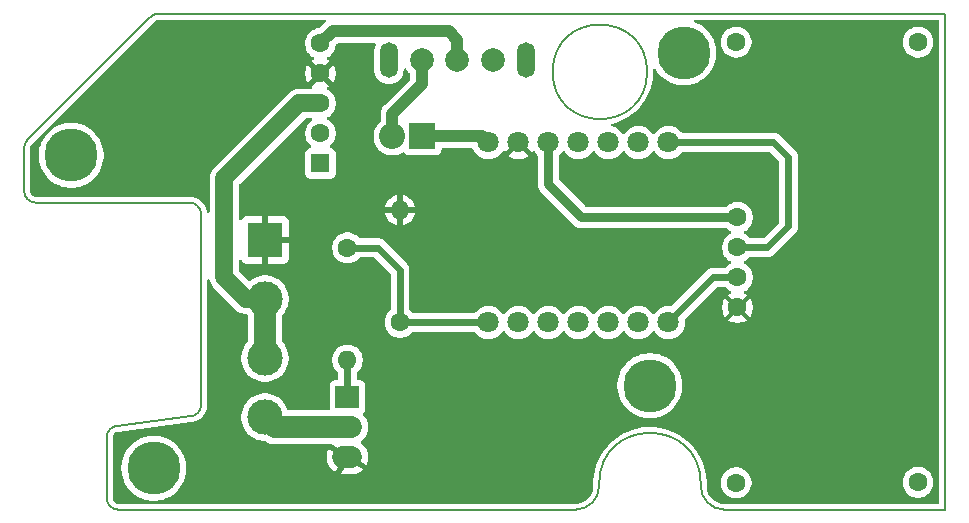
<source format=gtl>
%TF.GenerationSoftware,KiCad,Pcbnew,9.0.1*%
%TF.CreationDate,2025-07-07T12:26:16-04:00*%
%TF.ProjectId,cablight-project,6361626c-6967-4687-942d-70726f6a6563,rev?*%
%TF.SameCoordinates,Original*%
%TF.FileFunction,Copper,L1,Top*%
%TF.FilePolarity,Positive*%
%FSLAX46Y46*%
G04 Gerber Fmt 4.6, Leading zero omitted, Abs format (unit mm)*
G04 Created by KiCad (PCBNEW 9.0.1) date 2025-07-07 12:26:16*
%MOMM*%
%LPD*%
G01*
G04 APERTURE LIST*
%TA.AperFunction,ComponentPad*%
%ADD10R,3.000000X3.000000*%
%TD*%
%TA.AperFunction,ComponentPad*%
%ADD11C,3.000000*%
%TD*%
%TA.AperFunction,ComponentPad*%
%ADD12R,2.200000X2.200000*%
%TD*%
%TA.AperFunction,ComponentPad*%
%ADD13O,2.200000X2.200000*%
%TD*%
%TA.AperFunction,ComponentPad*%
%ADD14C,1.600000*%
%TD*%
%TA.AperFunction,ComponentPad*%
%ADD15O,1.600000X1.600000*%
%TD*%
%TA.AperFunction,ComponentPad*%
%ADD16C,1.800000*%
%TD*%
%TA.AperFunction,ComponentPad*%
%ADD17O,2.500000X1.900000*%
%TD*%
%TA.AperFunction,ComponentPad*%
%ADD18R,2.000000X1.900000*%
%TD*%
%TA.AperFunction,ComponentPad*%
%ADD19C,3.100000*%
%TD*%
%TA.AperFunction,ConnectorPad*%
%ADD20C,4.500000*%
%TD*%
%TA.AperFunction,ComponentPad*%
%ADD21R,1.600000X1.600000*%
%TD*%
%TA.AperFunction,ComponentPad*%
%ADD22O,1.500000X3.000000*%
%TD*%
%TA.AperFunction,ComponentPad*%
%ADD23C,2.000000*%
%TD*%
%TA.AperFunction,ViaPad*%
%ADD24C,0.800000*%
%TD*%
%TA.AperFunction,Conductor*%
%ADD25C,1.000000*%
%TD*%
%TA.AperFunction,Conductor*%
%ADD26C,1.900000*%
%TD*%
%TA.AperFunction,Conductor*%
%ADD27C,1.500000*%
%TD*%
%TA.AperFunction,Conductor*%
%ADD28C,0.600000*%
%TD*%
%TA.AperFunction,Conductor*%
%ADD29C,0.800000*%
%TD*%
%TA.AperFunction,Profile*%
%ADD30C,0.150000*%
%TD*%
G04 APERTURE END LIST*
D10*
%TO.P,J3,1,Pin_1*%
%TO.N,<NO NET>*%
X-57593000Y-19165000D03*
D11*
%TO.P,J3,2,Pin_2*%
%TO.N,/+24V*%
X-57593000Y-24165000D03*
%TO.P,J3,3,Pin_3*%
X-57593000Y-29165000D03*
%TO.P,J3,4,Pin_4*%
%TO.N,/LED-*%
X-57593000Y-34165000D03*
%TD*%
D12*
%TO.P,D1,1,K*%
%TO.N,/5V_MCU*%
X-44258000Y-10402000D03*
D13*
%TO.P,D1,2,A*%
%TO.N,/5V_sw*%
X-46798000Y-10402000D03*
%TD*%
D14*
%TO.P,R4,1*%
%TO.N,Net-(U1-GPIO_18)*%
X-46163000Y-26150000D03*
D15*
%TO.P,R4,2*%
%TO.N,<NO NET>*%
X-46163000Y-16650000D03*
%TD*%
D14*
%TO.P,R5,1*%
%TO.N,Net-(U1-GPIO_18)*%
X-50608000Y-19825000D03*
D15*
%TO.P,R5,2*%
%TO.N,Net-(Q1-G)*%
X-50608000Y-29325000D03*
%TD*%
D16*
%TO.P,U1,1,GPIO_18*%
%TO.N,Net-(U1-GPIO_18)*%
X-38670000Y-26150000D03*
%TO.P,U1,2,GPIO_17*%
%TO.N,unconnected-(U1-GPIO_17-Pad2)*%
X-36130000Y-26150000D03*
%TO.P,U1,3,GPIO_9*%
%TO.N,unconnected-(U1-GPIO_9-Pad3)*%
X-33590000Y-26150000D03*
%TO.P,U1,4,GPIO_8*%
%TO.N,unconnected-(U1-GPIO_8-Pad4)*%
X-31050000Y-26150000D03*
%TO.P,U1,5,GPIO_7*%
%TO.N,unconnected-(U1-GPIO_7-Pad5)*%
X-28510000Y-26150000D03*
%TO.P,U1,6,GPIO_6*%
%TO.N,unconnected-(U1-GPIO_6-Pad6)*%
X-25970000Y-26150000D03*
%TO.P,U1,7,GPIO_5*%
%TO.N,/echo*%
X-23430000Y-26150000D03*
%TO.P,U1,8,GPIO_16*%
%TO.N,/trig*%
X-23430000Y-10910000D03*
%TO.P,U1,9,GPIO_36*%
%TO.N,unconnected-(U1-GPIO_36-Pad9)*%
X-25970000Y-10910000D03*
%TO.P,U1,10,GPIO_37*%
%TO.N,unconnected-(U1-GPIO_37-Pad10)*%
X-28510000Y-10910000D03*
%TO.P,U1,11,GPIO_35*%
%TO.N,unconnected-(U1-GPIO_35-Pad11)*%
X-31050000Y-10910000D03*
%TO.P,U1,12,3.3V*%
%TO.N,/SRO4 PWR*%
X-33590000Y-10910000D03*
%TO.P,U1,13,GND*%
%TO.N,<NO NET>*%
X-36130000Y-10910000D03*
%TO.P,U1,14,5V*%
%TO.N,/5V_MCU*%
X-38670000Y-10910000D03*
%TD*%
D14*
%TO.P,S1,4,GND*%
%TO.N,<NO NET>*%
X-17588000Y-24880000D03*
%TO.P,S1,3,Echo*%
%TO.N,/echo*%
X-17588000Y-22340000D03*
%TO.P,S1,2,Trig*%
%TO.N,/trig*%
X-17588000Y-19800000D03*
%TO.P,S1,1,Vin*%
%TO.N,/SRO4 PWR*%
X-17588000Y-17260000D03*
%TO.P,S1,*%
%TO.N,*%
X-17700000Y-39720000D03*
X-2300000Y-39695000D03*
X-17700000Y-2420000D03*
X-2300000Y-2420000D03*
%TD*%
D17*
%TO.P,Q1,2,D*%
%TO.N,/LED-*%
X-50608000Y-35000000D03*
D18*
%TO.P,Q1,1,G*%
%TO.N,Net-(Q1-G)*%
X-50608000Y-32460000D03*
D17*
%TO.P,Q1,3,S*%
%TO.N,<NO NET>*%
X-50608000Y-37540000D03*
%TD*%
D19*
%TO.P,M2.5,1*%
%TO.N,N/C*%
X-67000000Y-38500000D03*
D20*
X-67000000Y-38500000D03*
%TD*%
D19*
%TO.P,M2.5,1*%
%TO.N,N/C*%
X-25000000Y-31500000D03*
D20*
X-25000000Y-31500000D03*
%TD*%
D19*
%TO.P,M2.5,1*%
%TO.N,N/C*%
X-74000000Y-12000000D03*
D20*
X-74000000Y-12000000D03*
%TD*%
D19*
%TO.P,M2.5,1*%
%TO.N,N/C*%
X-22138000Y-3330000D03*
D20*
X-22138000Y-3330000D03*
%TD*%
D21*
%TO.P,P1,1,PG*%
%TO.N,unconnected-(P1-PG-Pad1)*%
X-52894000Y-12688000D03*
D14*
%TO.P,P1,2,SHDN*%
%TO.N,unconnected-(P1-SHDN-Pad2)*%
X-52894000Y-10148000D03*
%TO.P,P1,3,VIN_24V*%
%TO.N,/+24V*%
X-52894000Y-7608000D03*
%TO.P,P1,4,GND*%
%TO.N,<NO NET>*%
X-52894000Y-5068000D03*
%TO.P,P1,5,VOUT_5V*%
%TO.N,/+5V*%
X-52894000Y-2528000D03*
%TD*%
D22*
%TO.P,SW3,*%
%TO.N,*%
X-47100000Y-3958000D03*
D23*
X-38300000Y-3958000D03*
D22*
X-35500000Y-3958000D03*
D23*
%TO.P,SW3,1*%
%TO.N,/+5V*%
X-41300000Y-3958000D03*
%TO.P,SW3,2*%
%TO.N,/5V_sw*%
X-44300000Y-3958000D03*
%TD*%
D24*
%TO.N,<NO NET>*%
X-23000000Y-14000000D03*
X-34500000Y-38250000D03*
X-23500000Y-19500000D03*
X-64500000Y-13000000D03*
X-34500000Y-31500000D03*
X-61000000Y-27500000D03*
X-43500000Y-23000000D03*
X-10250000Y-14000000D03*
X-22750000Y-8500000D03*
X-15250000Y-8500000D03*
X-34000000Y-19500000D03*
X-28500000Y-23000000D03*
X-10250000Y-19750000D03*
X-28500000Y-14000000D03*
X-17250000Y-14000000D03*
X-61000000Y-35200000D03*
X-28500000Y-19500000D03*
X-36500000Y-23000000D03*
%TD*%
D25*
%TO.N,/+5V*%
X-42000000Y-1500000D02*
X-41300000Y-2200000D01*
X-51866000Y-1500000D02*
X-42000000Y-1500000D01*
X-41300000Y-2200000D02*
X-41300000Y-3958000D01*
X-52894000Y-2528000D02*
X-51866000Y-1500000D01*
%TO.N,/5V_sw*%
X-44300000Y-5980000D02*
X-44300000Y-3958000D01*
X-46798000Y-8478000D02*
X-44300000Y-5980000D01*
D26*
%TO.N,/LED-*%
X-56758000Y-35000000D02*
X-50608000Y-35000000D01*
X-57593000Y-34165000D02*
X-56758000Y-35000000D01*
D27*
%TO.N,/+24V*%
X-59197000Y-24165000D02*
X-57593000Y-24165000D01*
D26*
X-57593000Y-29165000D02*
X-57593000Y-24165000D01*
D27*
X-61022000Y-13958000D02*
X-61022000Y-22340000D01*
X-54672000Y-7608000D02*
X-61022000Y-13958000D01*
X-52894000Y-7608000D02*
X-54672000Y-7608000D01*
X-61022000Y-22340000D02*
X-59197000Y-24165000D01*
D28*
%TO.N,/echo*%
X-17588000Y-22340000D02*
X-19620000Y-22340000D01*
X-19620000Y-22340000D02*
X-23430000Y-26150000D01*
D29*
%TO.N,/SRO4 PWR*%
X-30796000Y-17260000D02*
X-17588000Y-17260000D01*
X-33590000Y-10910000D02*
X-33590000Y-14466000D01*
X-33590000Y-14466000D02*
X-30796000Y-17260000D01*
D28*
%TO.N,Net-(Q1-G)*%
X-50608000Y-29325000D02*
X-50608000Y-32460000D01*
%TO.N,/trig*%
X-15048000Y-19800000D02*
X-17588000Y-19800000D01*
X-13270000Y-18022000D02*
X-15048000Y-19800000D01*
X-13270000Y-12180000D02*
X-13270000Y-18022000D01*
X-23430000Y-10910000D02*
X-14540000Y-10910000D01*
X-14540000Y-10910000D02*
X-13270000Y-12180000D01*
%TO.N,Net-(U1-GPIO_18)*%
X-48043000Y-19825000D02*
X-46163000Y-21705000D01*
X-50608000Y-19825000D02*
X-48043000Y-19825000D01*
X-38670000Y-26150000D02*
X-46163000Y-26150000D01*
X-46163000Y-21705000D02*
X-46163000Y-26150000D01*
D25*
%TO.N,/5V_MCU*%
X-39178000Y-10402000D02*
X-38670000Y-10910000D01*
X-44258000Y-10402000D02*
X-39178000Y-10402000D01*
%TO.N,/5V_sw*%
X-46798000Y-8478000D02*
X-46798000Y-10402000D01*
%TD*%
%TA.AperFunction,Conductor*%
%TO.N,<NO NET>*%
G36*
X-557461Y-520185D02*
G01*
X-511706Y-572989D01*
X-500500Y-624500D01*
X-500500Y-41375500D01*
X-520185Y-41442539D01*
X-572989Y-41488294D01*
X-624500Y-41499500D01*
X-18695572Y-41499500D01*
X-18704417Y-41499184D01*
X-18723779Y-41497799D01*
X-18904557Y-41484869D01*
X-18922068Y-41482351D01*
X-19113787Y-41440646D01*
X-19130763Y-41435662D01*
X-19314609Y-41367090D01*
X-19330702Y-41359740D01*
X-19502908Y-41265709D01*
X-19517791Y-41256144D01*
X-19674864Y-41138561D01*
X-19688235Y-41126975D01*
X-19826975Y-40988235D01*
X-19838561Y-40974864D01*
X-19956144Y-40817791D01*
X-19965709Y-40802908D01*
X-20059740Y-40630702D01*
X-20067090Y-40614609D01*
X-20135662Y-40430763D01*
X-20140646Y-40413787D01*
X-20182351Y-40222068D01*
X-20184869Y-40204557D01*
X-20199184Y-40004419D01*
X-20199500Y-39995572D01*
X-20199500Y-39617648D01*
X-19000500Y-39617648D01*
X-19000500Y-39822352D01*
X-18968477Y-40024534D01*
X-18905220Y-40219219D01*
X-18812287Y-40401610D01*
X-18797140Y-40422458D01*
X-18691971Y-40567213D01*
X-18691968Y-40567215D01*
X-18691966Y-40567219D01*
X-18547219Y-40711966D01*
X-18547215Y-40711968D01*
X-18547213Y-40711971D01*
X-18501385Y-40745266D01*
X-18381610Y-40832287D01*
X-18199219Y-40925220D01*
X-18004534Y-40988477D01*
X-17802352Y-41020500D01*
X-17802351Y-41020500D01*
X-17597649Y-41020500D01*
X-17597648Y-41020500D01*
X-17468212Y-40999999D01*
X-17395465Y-40988477D01*
X-17305137Y-40959127D01*
X-17200781Y-40925220D01*
X-17200778Y-40925218D01*
X-17200776Y-40925218D01*
X-17134607Y-40891503D01*
X-17018390Y-40832287D01*
X-16977953Y-40802908D01*
X-16852786Y-40711971D01*
X-16708028Y-40567213D01*
X-16587715Y-40401613D01*
X-16574976Y-40376613D01*
X-16554116Y-40335673D01*
X-16494781Y-40219223D01*
X-16431522Y-40024534D01*
X-16399500Y-39822351D01*
X-16399500Y-39617647D01*
X-16399499Y-39617647D01*
X-16401159Y-39607173D01*
X-16403459Y-39592648D01*
X-3600500Y-39592648D01*
X-3600500Y-39797352D01*
X-3568477Y-39999534D01*
X-3505220Y-40194219D01*
X-3412287Y-40376610D01*
X-3344732Y-40469590D01*
X-3291971Y-40542213D01*
X-3291968Y-40542215D01*
X-3291966Y-40542219D01*
X-3147219Y-40686966D01*
X-3147215Y-40686968D01*
X-3147213Y-40686971D01*
X-3074590Y-40739732D01*
X-2981610Y-40807287D01*
X-2799219Y-40900220D01*
X-2604534Y-40963477D01*
X-2402352Y-40995500D01*
X-2402351Y-40995500D01*
X-2197649Y-40995500D01*
X-2197648Y-40995500D01*
X-2096557Y-40979488D01*
X-1995465Y-40963477D01*
X-1877717Y-40925218D01*
X-1800781Y-40900220D01*
X-1800778Y-40900218D01*
X-1800776Y-40900218D01*
X-1734607Y-40866503D01*
X-1618390Y-40807287D01*
X-1607749Y-40799556D01*
X-1452786Y-40686971D01*
X-1308028Y-40542213D01*
X-1187715Y-40376613D01*
X-1094781Y-40194223D01*
X-1031522Y-39999534D01*
X-1003460Y-39822351D01*
X-999500Y-39797352D01*
X-999500Y-39592648D01*
X-1005586Y-39554222D01*
X-1031522Y-39390465D01*
X-1094781Y-39195776D01*
X-1187715Y-39013386D01*
X-1308028Y-38847786D01*
X-1452786Y-38703028D01*
X-1618386Y-38582715D01*
X-1800776Y-38489781D01*
X-1995465Y-38426522D01*
X-2173329Y-38398351D01*
X-2197648Y-38394500D01*
X-2402352Y-38394500D01*
X-2429995Y-38398878D01*
X-2604534Y-38426522D01*
X-2799223Y-38489781D01*
X-2924653Y-38553691D01*
X-2981610Y-38582713D01*
X-2981612Y-38582714D01*
X-2981613Y-38582715D01*
X-3147213Y-38703028D01*
X-3291971Y-38847786D01*
X-3381126Y-38970500D01*
X-3412287Y-39013390D01*
X-3435401Y-39058754D01*
X-3505218Y-39195776D01*
X-3505218Y-39195778D01*
X-3505220Y-39195781D01*
X-3568477Y-39390466D01*
X-3600500Y-39592648D01*
X-16403459Y-39592648D01*
X-16431522Y-39415465D01*
X-16494781Y-39220776D01*
X-16587715Y-39038386D01*
X-16708028Y-38872786D01*
X-16852786Y-38728028D01*
X-17018386Y-38607715D01*
X-17200776Y-38514781D01*
X-17395465Y-38451522D01*
X-17573329Y-38423351D01*
X-17597648Y-38419500D01*
X-17802352Y-38419500D01*
X-17829995Y-38423878D01*
X-18004534Y-38451522D01*
X-18199223Y-38514781D01*
X-18324653Y-38578691D01*
X-18381610Y-38607713D01*
X-18381612Y-38607714D01*
X-18381613Y-38607715D01*
X-18547213Y-38728028D01*
X-18691971Y-38872786D01*
X-18777130Y-38990000D01*
X-18812287Y-39038390D01*
X-18871503Y-39154607D01*
X-18905218Y-39220776D01*
X-18905218Y-39220778D01*
X-18905220Y-39220781D01*
X-18918823Y-39262647D01*
X-18968477Y-39415465D01*
X-18996540Y-39592648D01*
X-19000500Y-39617648D01*
X-20199500Y-39617648D01*
X-20199500Y-39584412D01*
X-20202217Y-39554222D01*
X-20238150Y-39154964D01*
X-20255610Y-39058754D01*
X-20315142Y-38730704D01*
X-20429847Y-38315080D01*
X-20429855Y-38315055D01*
X-20581354Y-37911386D01*
X-20581360Y-37911372D01*
X-20768436Y-37522906D01*
X-20768437Y-37522904D01*
X-20989599Y-37152743D01*
X-21243026Y-36803931D01*
X-21243039Y-36803914D01*
X-21526726Y-36479210D01*
X-21526730Y-36479205D01*
X-21838379Y-36181237D01*
X-21838392Y-36181225D01*
X-22175485Y-35912404D01*
X-22175498Y-35912394D01*
X-22535337Y-35674867D01*
X-22915044Y-35470537D01*
X-22915052Y-35470533D01*
X-23311519Y-35301076D01*
X-23311527Y-35301073D01*
X-23721608Y-35167830D01*
X-24141972Y-35071885D01*
X-24569253Y-35014006D01*
X-24569262Y-35014005D01*
X-24999997Y-34994661D01*
X-25000003Y-34994661D01*
X-25430737Y-35014005D01*
X-25430745Y-35014005D01*
X-25430747Y-35014006D01*
X-25644386Y-35042945D01*
X-25858027Y-35071885D01*
X-26278391Y-35167830D01*
X-26688472Y-35301073D01*
X-26688480Y-35301076D01*
X-27084947Y-35470533D01*
X-27084955Y-35470537D01*
X-27211523Y-35538647D01*
X-27464655Y-35674863D01*
X-27464661Y-35674867D01*
X-27464662Y-35674867D01*
X-27824501Y-35912394D01*
X-27824514Y-35912404D01*
X-28161607Y-36181225D01*
X-28161620Y-36181237D01*
X-28441823Y-36449140D01*
X-28473274Y-36479210D01*
X-28574773Y-36595385D01*
X-28756960Y-36803914D01*
X-28756973Y-36803931D01*
X-28885540Y-36980889D01*
X-29010407Y-37152753D01*
X-29231560Y-37522900D01*
X-29231562Y-37522904D01*
X-29231563Y-37522906D01*
X-29418639Y-37911372D01*
X-29418645Y-37911386D01*
X-29466369Y-38038548D01*
X-29570149Y-38315069D01*
X-29684859Y-38730711D01*
X-29761850Y-39154964D01*
X-29800500Y-39584409D01*
X-29800500Y-39584416D01*
X-29800500Y-39995572D01*
X-29800816Y-40004418D01*
X-29815130Y-40204556D01*
X-29817647Y-40222063D01*
X-29859355Y-40413797D01*
X-29864334Y-40430755D01*
X-29915231Y-40567213D01*
X-29932909Y-40614609D01*
X-29940258Y-40630701D01*
X-30003617Y-40746735D01*
X-30034290Y-40802908D01*
X-30043855Y-40817791D01*
X-30161438Y-40974864D01*
X-30173024Y-40988235D01*
X-30311764Y-41126975D01*
X-30325135Y-41138561D01*
X-30482208Y-41256144D01*
X-30497091Y-41265709D01*
X-30669297Y-41359740D01*
X-30685390Y-41367090D01*
X-30869236Y-41435662D01*
X-30886212Y-41440646D01*
X-31077931Y-41482351D01*
X-31095442Y-41484869D01*
X-31273622Y-41497613D01*
X-31295582Y-41499184D01*
X-31304428Y-41499500D01*
X-69993041Y-41499500D01*
X-70006922Y-41498720D01*
X-70032898Y-41495793D01*
X-70097266Y-41488541D01*
X-70124337Y-41482362D01*
X-70203535Y-41454649D01*
X-70228552Y-41442602D01*
X-70299604Y-41397957D01*
X-70321313Y-41380644D01*
X-70380644Y-41321313D01*
X-70397957Y-41299604D01*
X-70442602Y-41228552D01*
X-70454649Y-41203535D01*
X-70482362Y-41124337D01*
X-70488541Y-41097265D01*
X-70498720Y-41006923D01*
X-70499500Y-40993040D01*
X-70499500Y-38345535D01*
X-69750500Y-38345535D01*
X-69750500Y-38654465D01*
X-69733886Y-38801918D01*
X-69716718Y-38954295D01*
X-69715911Y-38961452D01*
X-69647168Y-39262636D01*
X-69545135Y-39554229D01*
X-69411095Y-39832565D01*
X-69246735Y-40094143D01*
X-69054120Y-40335674D01*
X-68835674Y-40554120D01*
X-68594143Y-40746735D01*
X-68332565Y-40911095D01*
X-68054229Y-41045135D01*
X-67762636Y-41147168D01*
X-67461452Y-41215911D01*
X-67461442Y-41215912D01*
X-67461437Y-41215913D01*
X-67349260Y-41228552D01*
X-67154469Y-41250499D01*
X-67154468Y-41250500D01*
X-67154465Y-41250500D01*
X-66845532Y-41250500D01*
X-66845529Y-41250499D01*
X-66743206Y-41238970D01*
X-66538562Y-41215913D01*
X-66538554Y-41215911D01*
X-66538548Y-41215911D01*
X-66237364Y-41147168D01*
X-66237352Y-41147164D01*
X-65945777Y-41045137D01*
X-65945778Y-41045137D01*
X-65945771Y-41045135D01*
X-65667435Y-40911095D01*
X-65405857Y-40746735D01*
X-65164326Y-40554120D01*
X-64945880Y-40335674D01*
X-64753265Y-40094143D01*
X-64588905Y-39832565D01*
X-64588903Y-39832562D01*
X-64454868Y-39554236D01*
X-64454862Y-39554222D01*
X-64352835Y-39262647D01*
X-64352831Y-39262635D01*
X-64284089Y-38961455D01*
X-64284086Y-38961438D01*
X-64282924Y-38951117D01*
X-64282924Y-38951116D01*
X-64249500Y-38654469D01*
X-64249500Y-38345528D01*
X-64284086Y-38038562D01*
X-64284089Y-38038544D01*
X-64352831Y-37737364D01*
X-64352835Y-37737352D01*
X-64449191Y-37461985D01*
X-64449193Y-37461978D01*
X-64454865Y-37445771D01*
X-64454868Y-37445762D01*
X-64588903Y-37167437D01*
X-64753264Y-36905858D01*
X-64945879Y-36664326D01*
X-65164326Y-36445879D01*
X-65405858Y-36253264D01*
X-65667437Y-36088903D01*
X-65945763Y-35954868D01*
X-65945777Y-35954862D01*
X-66237352Y-35852835D01*
X-66237364Y-35852831D01*
X-66538544Y-35784089D01*
X-66538562Y-35784086D01*
X-66845528Y-35749500D01*
X-66845535Y-35749500D01*
X-67154465Y-35749500D01*
X-67154471Y-35749500D01*
X-67461437Y-35784086D01*
X-67461455Y-35784089D01*
X-67762635Y-35852831D01*
X-67762647Y-35852835D01*
X-68054222Y-35954862D01*
X-68054236Y-35954868D01*
X-68332562Y-36088903D01*
X-68332565Y-36088905D01*
X-68594143Y-36253265D01*
X-68835674Y-36445880D01*
X-69054120Y-36664326D01*
X-69246735Y-36905857D01*
X-69411095Y-37167435D01*
X-69545135Y-37445771D01*
X-69647168Y-37737364D01*
X-69686207Y-37908408D01*
X-69715910Y-38038544D01*
X-69715913Y-38038562D01*
X-69722453Y-38096607D01*
X-69750500Y-38345535D01*
X-70499500Y-38345535D01*
X-70499500Y-35890283D01*
X-70498600Y-35875369D01*
X-70486858Y-35778450D01*
X-70479738Y-35749492D01*
X-70447864Y-35665230D01*
X-70434038Y-35638813D01*
X-70382968Y-35564591D01*
X-70363232Y-35542234D01*
X-70295923Y-35482356D01*
X-70271421Y-35465359D01*
X-70191760Y-35423280D01*
X-70163912Y-35412624D01*
X-70069194Y-35388949D01*
X-70054518Y-35386209D01*
X-63879268Y-34614303D01*
X-63879268Y-34614304D01*
X-63814396Y-34606194D01*
X-63813884Y-34606131D01*
X-63813884Y-34606132D01*
X-63705999Y-34592727D01*
X-63496389Y-34534942D01*
X-63396843Y-34491244D01*
X-63297301Y-34447548D01*
X-63297291Y-34447542D01*
X-63112885Y-34332368D01*
X-63112884Y-34332367D01*
X-63112882Y-34332366D01*
X-62946995Y-34191807D01*
X-62807579Y-34033880D01*
X-59593500Y-34033880D01*
X-59593500Y-34296120D01*
X-59559270Y-34556116D01*
X-59491398Y-34809419D01*
X-59391043Y-35051697D01*
X-59259924Y-35278803D01*
X-59100282Y-35486851D01*
X-59100277Y-35486855D01*
X-59100274Y-35486860D01*
X-58914860Y-35672274D01*
X-58914855Y-35672277D01*
X-58914851Y-35672282D01*
X-58706803Y-35831924D01*
X-58479697Y-35963043D01*
X-58237419Y-36063398D01*
X-57984116Y-36131270D01*
X-57724120Y-36165500D01*
X-57661856Y-36165500D01*
X-57594817Y-36185185D01*
X-57588971Y-36189182D01*
X-57550354Y-36217237D01*
X-57518228Y-36240579D01*
X-57314799Y-36344231D01*
X-57097660Y-36414784D01*
X-56872162Y-36450500D01*
X-52028296Y-36450500D01*
X-51966296Y-36467113D01*
X-50957999Y-37049252D01*
X-50976408Y-37059881D01*
X-51088119Y-37171592D01*
X-51167111Y-37308409D01*
X-51208000Y-37461009D01*
X-51208000Y-37482262D01*
X-52210920Y-36903227D01*
X-52210921Y-36903227D01*
X-52251768Y-36983393D01*
X-52322295Y-37200455D01*
X-52358000Y-37425883D01*
X-52358000Y-37654116D01*
X-52322295Y-37879544D01*
X-52251769Y-38096604D01*
X-52148150Y-38299966D01*
X-52013995Y-38484614D01*
X-51852614Y-38645995D01*
X-51667970Y-38780147D01*
X-51667962Y-38780152D01*
X-51625243Y-38801918D01*
X-51625242Y-38801918D01*
X-51098746Y-37890000D01*
X-51088119Y-37908408D01*
X-50976408Y-38020119D01*
X-50839591Y-38099111D01*
X-50686991Y-38140000D01*
X-50665736Y-38140000D01*
X-51145225Y-38970500D01*
X-51145224Y-38970501D01*
X-51022116Y-38990000D01*
X-50193884Y-38990000D01*
X-49968455Y-38954295D01*
X-49751395Y-38883769D01*
X-49548033Y-38780150D01*
X-49363389Y-38645998D01*
X-49300785Y-38583395D01*
X-50257999Y-38030746D01*
X-50239592Y-38020119D01*
X-50127881Y-37908408D01*
X-50048889Y-37771591D01*
X-50008000Y-37618991D01*
X-50008000Y-37597734D01*
X-49005077Y-38176771D01*
X-48964232Y-38096607D01*
X-48964230Y-38096604D01*
X-48893704Y-37879544D01*
X-48858000Y-37654116D01*
X-48858000Y-37425883D01*
X-48893704Y-37200455D01*
X-48964230Y-36983395D01*
X-49067849Y-36780033D01*
X-49202004Y-36595385D01*
X-49363386Y-36434003D01*
X-49450617Y-36370626D01*
X-49493283Y-36315295D01*
X-49499261Y-36245682D01*
X-49466655Y-36183887D01*
X-49450619Y-36169992D01*
X-49363063Y-36106379D01*
X-49201621Y-35944937D01*
X-49067421Y-35760228D01*
X-49061951Y-35749492D01*
X-48963770Y-35556803D01*
X-48893215Y-35339660D01*
X-48857500Y-35114162D01*
X-48857500Y-34885837D01*
X-48893215Y-34660339D01*
X-48963770Y-34443196D01*
X-49067421Y-34239771D01*
X-49201622Y-34055061D01*
X-49201624Y-34055059D01*
X-49285765Y-33970917D01*
X-49319250Y-33909594D01*
X-49314264Y-33839902D01*
X-49272395Y-33783971D01*
X-49258922Y-33773885D01*
X-49250454Y-33767546D01*
X-49250453Y-33767544D01*
X-49250452Y-33767544D01*
X-49164206Y-33652335D01*
X-49164202Y-33652328D01*
X-49113908Y-33517482D01*
X-49107501Y-33457883D01*
X-49107500Y-33457864D01*
X-49107500Y-31462129D01*
X-49107501Y-31462123D01*
X-49113908Y-31402516D01*
X-49120297Y-31385389D01*
X-49135161Y-31345535D01*
X-27750500Y-31345535D01*
X-27750500Y-31654465D01*
X-27715911Y-31961452D01*
X-27647168Y-32262636D01*
X-27545135Y-32554229D01*
X-27411095Y-32832565D01*
X-27246735Y-33094143D01*
X-27054120Y-33335674D01*
X-26835674Y-33554120D01*
X-26594143Y-33746735D01*
X-26332565Y-33911095D01*
X-26054229Y-34045135D01*
X-25762636Y-34147168D01*
X-25461452Y-34215911D01*
X-25461442Y-34215912D01*
X-25461437Y-34215913D01*
X-25311356Y-34232822D01*
X-25154469Y-34250499D01*
X-25154468Y-34250500D01*
X-25154465Y-34250500D01*
X-24845532Y-34250500D01*
X-24845529Y-34250499D01*
X-24743206Y-34238970D01*
X-24538562Y-34215913D01*
X-24538554Y-34215911D01*
X-24538548Y-34215911D01*
X-24237364Y-34147168D01*
X-24237352Y-34147164D01*
X-23945777Y-34045137D01*
X-23945778Y-34045137D01*
X-23945771Y-34045135D01*
X-23667435Y-33911095D01*
X-23405857Y-33746735D01*
X-23164326Y-33554120D01*
X-22945880Y-33335674D01*
X-22753265Y-33094143D01*
X-22588905Y-32832565D01*
X-22588903Y-32832562D01*
X-22454868Y-32554236D01*
X-22454862Y-32554222D01*
X-22352835Y-32262647D01*
X-22352831Y-32262635D01*
X-22284089Y-31961455D01*
X-22284086Y-31961437D01*
X-22249500Y-31654471D01*
X-22249500Y-31345528D01*
X-22284086Y-31038562D01*
X-22284089Y-31038544D01*
X-22352831Y-30737364D01*
X-22352835Y-30737352D01*
X-22454862Y-30445777D01*
X-22454868Y-30445763D01*
X-22588903Y-30167437D01*
X-22753264Y-29905858D01*
X-22945879Y-29664326D01*
X-23164326Y-29445879D01*
X-23405858Y-29253264D01*
X-23667437Y-29088903D01*
X-23945763Y-28954868D01*
X-23945777Y-28954862D01*
X-24237352Y-28852835D01*
X-24237364Y-28852831D01*
X-24538544Y-28784089D01*
X-24538562Y-28784086D01*
X-24845528Y-28749500D01*
X-24845535Y-28749500D01*
X-25154465Y-28749500D01*
X-25154471Y-28749500D01*
X-25461437Y-28784086D01*
X-25461455Y-28784089D01*
X-25762635Y-28852831D01*
X-25762647Y-28852835D01*
X-26054222Y-28954862D01*
X-26054236Y-28954868D01*
X-26332562Y-29088903D01*
X-26332565Y-29088905D01*
X-26594143Y-29253265D01*
X-26647881Y-29296120D01*
X-26812439Y-29427351D01*
X-26835674Y-29445880D01*
X-27054120Y-29664326D01*
X-27246735Y-29905857D01*
X-27411095Y-30167435D01*
X-27545135Y-30445771D01*
X-27559513Y-30486860D01*
X-27624394Y-30672281D01*
X-27647168Y-30737364D01*
X-27698677Y-30963043D01*
X-27715910Y-31038544D01*
X-27715913Y-31038562D01*
X-27726358Y-31131269D01*
X-27750500Y-31345535D01*
X-49135161Y-31345535D01*
X-49164202Y-31267671D01*
X-49164206Y-31267664D01*
X-49250452Y-31152455D01*
X-49250455Y-31152452D01*
X-49365664Y-31066206D01*
X-49365671Y-31066202D01*
X-49500517Y-31015908D01*
X-49500516Y-31015908D01*
X-49560116Y-31009501D01*
X-49560119Y-31009500D01*
X-49560127Y-31009500D01*
X-49560135Y-31009500D01*
X-49683500Y-31009500D01*
X-49750539Y-30989815D01*
X-49796294Y-30937011D01*
X-49807500Y-30885500D01*
X-49807500Y-30414033D01*
X-49787815Y-30346994D01*
X-49764038Y-30319748D01*
X-49760779Y-30316964D01*
X-49616028Y-30172213D01*
X-49495715Y-30006613D01*
X-49402781Y-29824223D01*
X-49339522Y-29629534D01*
X-49307500Y-29427351D01*
X-49307500Y-29222648D01*
X-49339522Y-29020465D01*
X-49402781Y-28825776D01*
X-49495715Y-28643386D01*
X-49616028Y-28477786D01*
X-49760786Y-28333028D01*
X-49926386Y-28212715D01*
X-50108776Y-28119781D01*
X-50303465Y-28056522D01*
X-50481329Y-28028351D01*
X-50505648Y-28024500D01*
X-50710352Y-28024500D01*
X-50737995Y-28028878D01*
X-50912534Y-28056522D01*
X-51107223Y-28119781D01*
X-51232653Y-28183691D01*
X-51289610Y-28212713D01*
X-51289612Y-28212714D01*
X-51289613Y-28212715D01*
X-51455213Y-28333028D01*
X-51599971Y-28477786D01*
X-51712556Y-28632749D01*
X-51720287Y-28643390D01*
X-51774353Y-28749500D01*
X-51813218Y-28825776D01*
X-51813218Y-28825778D01*
X-51813220Y-28825781D01*
X-51876477Y-29020466D01*
X-51908500Y-29222648D01*
X-51908500Y-29427352D01*
X-51876477Y-29629534D01*
X-51813220Y-29824219D01*
X-51720287Y-30006610D01*
X-51687527Y-30051700D01*
X-51599971Y-30172213D01*
X-51599968Y-30172215D01*
X-51599966Y-30172219D01*
X-51455219Y-30316966D01*
X-51455210Y-30316972D01*
X-51451962Y-30319748D01*
X-51413773Y-30378258D01*
X-51408500Y-30414033D01*
X-51408500Y-30885500D01*
X-51428185Y-30952539D01*
X-51480989Y-30998294D01*
X-51532499Y-31009500D01*
X-51655869Y-31009500D01*
X-51655876Y-31009501D01*
X-51715483Y-31015908D01*
X-51850328Y-31066202D01*
X-51850335Y-31066206D01*
X-51965544Y-31152452D01*
X-51965547Y-31152455D01*
X-52051793Y-31267664D01*
X-52051797Y-31267671D01*
X-52080837Y-31345532D01*
X-52102091Y-31402517D01*
X-52108500Y-31462127D01*
X-52108499Y-32498075D01*
X-52108499Y-33425500D01*
X-52128184Y-33492539D01*
X-52180987Y-33538294D01*
X-52232499Y-33549500D01*
X-55599769Y-33549500D01*
X-55666808Y-33529815D01*
X-55712563Y-33477011D01*
X-55714330Y-33472953D01*
X-55794954Y-33278309D01*
X-55794958Y-33278299D01*
X-55926075Y-33051196D01*
X-56085718Y-32843148D01*
X-56271148Y-32657718D01*
X-56479196Y-32498075D01*
X-56706299Y-32366958D01*
X-56706309Y-32366953D01*
X-56948571Y-32266605D01*
X-56948581Y-32266602D01*
X-56963386Y-32262635D01*
X-57201884Y-32198730D01*
X-57230772Y-32194926D01*
X-57461872Y-32164500D01*
X-57461880Y-32164500D01*
X-57724120Y-32164500D01*
X-57724127Y-32164500D01*
X-57926339Y-32191123D01*
X-57984116Y-32198730D01*
X-58237419Y-32266602D01*
X-58237421Y-32266603D01*
X-58237428Y-32266605D01*
X-58479690Y-32366953D01*
X-58479700Y-32366958D01*
X-58706803Y-32498075D01*
X-58914851Y-32657718D01*
X-58914860Y-32657726D01*
X-59100274Y-32843140D01*
X-59100281Y-32843148D01*
X-59259924Y-33051196D01*
X-59391041Y-33278299D01*
X-59391046Y-33278309D01*
X-59465428Y-33457883D01*
X-59491398Y-33520581D01*
X-59559270Y-33773884D01*
X-59593500Y-34033880D01*
X-62807579Y-34033880D01*
X-62803099Y-34028805D01*
X-62684202Y-33846764D01*
X-62684200Y-33846761D01*
X-62684199Y-33846759D01*
X-62592785Y-33649485D01*
X-62592782Y-33649476D01*
X-62530764Y-33441107D01*
X-62530759Y-33441087D01*
X-62499419Y-33225935D01*
X-62499500Y-33117219D01*
X-62499500Y-22580766D01*
X-62479815Y-22513727D01*
X-62427011Y-22467972D01*
X-62357853Y-22458028D01*
X-62294297Y-22487053D01*
X-62256523Y-22545831D01*
X-62253027Y-22561368D01*
X-62242820Y-22625811D01*
X-62241709Y-22632826D01*
X-62180884Y-22820026D01*
X-62091524Y-22995405D01*
X-61975828Y-23154646D01*
X-60011646Y-25118829D01*
X-59852405Y-25234524D01*
X-59677026Y-25323884D01*
X-59526290Y-25372861D01*
X-59489826Y-25384709D01*
X-59416922Y-25396255D01*
X-59295422Y-25415500D01*
X-59295417Y-25415500D01*
X-59295416Y-25415500D01*
X-59216182Y-25415500D01*
X-59183053Y-25425227D01*
X-59149780Y-25434778D01*
X-59149425Y-25435102D01*
X-59149143Y-25435185D01*
X-59122966Y-25457728D01*
X-59120276Y-25460794D01*
X-59100282Y-25486851D01*
X-59076956Y-25510176D01*
X-59074284Y-25513223D01*
X-59061216Y-25541381D01*
X-59046334Y-25568634D01*
X-59045660Y-25574901D01*
X-59044872Y-25576600D01*
X-59045211Y-25579071D01*
X-59043500Y-25594995D01*
X-59043500Y-27735004D01*
X-59063185Y-27802043D01*
X-59079819Y-27822685D01*
X-59100274Y-27843140D01*
X-59100281Y-27843148D01*
X-59259924Y-28051196D01*
X-59391041Y-28278299D01*
X-59391046Y-28278309D01*
X-59473670Y-28477781D01*
X-59491398Y-28520581D01*
X-59559270Y-28773884D01*
X-59593500Y-29033880D01*
X-59593500Y-29296120D01*
X-59559270Y-29556116D01*
X-59491398Y-29809419D01*
X-59391043Y-30051697D01*
X-59259924Y-30278803D01*
X-59100282Y-30486851D01*
X-59100277Y-30486855D01*
X-59100274Y-30486860D01*
X-58914860Y-30672274D01*
X-58914855Y-30672277D01*
X-58914851Y-30672282D01*
X-58706803Y-30831924D01*
X-58479697Y-30963043D01*
X-58237419Y-31063398D01*
X-57984116Y-31131270D01*
X-57724120Y-31165500D01*
X-57724113Y-31165500D01*
X-57461887Y-31165500D01*
X-57461880Y-31165500D01*
X-57201884Y-31131270D01*
X-56948581Y-31063398D01*
X-56948571Y-31063394D01*
X-56706309Y-30963046D01*
X-56706299Y-30963041D01*
X-56479196Y-30831924D01*
X-56271148Y-30672281D01*
X-56271140Y-30672274D01*
X-56085726Y-30486860D01*
X-56085718Y-30486851D01*
X-55926075Y-30278803D01*
X-55794958Y-30051700D01*
X-55794953Y-30051690D01*
X-55694605Y-29809428D01*
X-55694602Y-29809418D01*
X-55655725Y-29664326D01*
X-55626730Y-29556116D01*
X-55612217Y-29445880D01*
X-55592500Y-29296127D01*
X-55592500Y-29033872D01*
X-55622926Y-28802772D01*
X-55626730Y-28773884D01*
X-55694602Y-28520581D01*
X-55694605Y-28520571D01*
X-55794953Y-28278309D01*
X-55794958Y-28278299D01*
X-55926075Y-28051196D01*
X-56085718Y-27843148D01*
X-56106181Y-27822685D01*
X-56139666Y-27761362D01*
X-56142500Y-27735004D01*
X-56142500Y-25594995D01*
X-56122815Y-25527956D01*
X-56106179Y-25507312D01*
X-56085718Y-25486851D01*
X-55926075Y-25278803D01*
X-55794958Y-25051700D01*
X-55794953Y-25051690D01*
X-55694605Y-24809428D01*
X-55694602Y-24809418D01*
X-55672372Y-24726454D01*
X-55626730Y-24556116D01*
X-55616709Y-24480000D01*
X-55592500Y-24296127D01*
X-55592500Y-24033872D01*
X-55626730Y-23773885D01*
X-55671051Y-23608477D01*
X-55694602Y-23520581D01*
X-55694605Y-23520571D01*
X-55794953Y-23278309D01*
X-55794958Y-23278299D01*
X-55926075Y-23051196D01*
X-56085718Y-22843148D01*
X-56271148Y-22657718D01*
X-56479196Y-22498075D01*
X-56706299Y-22366958D01*
X-56706309Y-22366953D01*
X-56948571Y-22266605D01*
X-56948581Y-22266602D01*
X-57041954Y-22241583D01*
X-57201884Y-22198730D01*
X-57230772Y-22194926D01*
X-57461872Y-22164500D01*
X-57461880Y-22164500D01*
X-57724120Y-22164500D01*
X-57724127Y-22164500D01*
X-57926339Y-22191123D01*
X-57984116Y-22198730D01*
X-58237419Y-22266602D01*
X-58237421Y-22266603D01*
X-58237428Y-22266605D01*
X-58479690Y-22366953D01*
X-58479700Y-22366958D01*
X-58706803Y-22498075D01*
X-58769038Y-22545831D01*
X-58840435Y-22600616D01*
X-58905603Y-22625811D01*
X-58974048Y-22611773D01*
X-59003602Y-22589922D01*
X-59735181Y-21858344D01*
X-59768666Y-21797021D01*
X-59771500Y-21770663D01*
X-59771500Y-20962277D01*
X-59751815Y-20895238D01*
X-59699011Y-20849483D01*
X-59629853Y-20839539D01*
X-59566297Y-20868564D01*
X-59538668Y-20902851D01*
X-59536353Y-20907089D01*
X-59450190Y-21022187D01*
X-59450187Y-21022190D01*
X-59335093Y-21108350D01*
X-59335086Y-21108354D01*
X-59200379Y-21158596D01*
X-59200372Y-21158598D01*
X-59140844Y-21164999D01*
X-59140828Y-21165000D01*
X-57843000Y-21165000D01*
X-57843000Y-19873240D01*
X-57811767Y-19886178D01*
X-57666869Y-19915000D01*
X-57519131Y-19915000D01*
X-57374233Y-19886178D01*
X-57343000Y-19873240D01*
X-57343000Y-21165000D01*
X-56045172Y-21165000D01*
X-56045155Y-21164999D01*
X-55985627Y-21158598D01*
X-55985620Y-21158596D01*
X-55850913Y-21108354D01*
X-55850906Y-21108350D01*
X-55735812Y-21022190D01*
X-55735809Y-21022187D01*
X-55649649Y-20907093D01*
X-55649645Y-20907086D01*
X-55599403Y-20772379D01*
X-55599401Y-20772372D01*
X-55593000Y-20712844D01*
X-55593000Y-19415000D01*
X-56884759Y-19415000D01*
X-56871822Y-19383767D01*
X-56843000Y-19238869D01*
X-56843000Y-19091131D01*
X-56871822Y-18946233D01*
X-56884759Y-18915000D01*
X-55593000Y-18915000D01*
X-55593000Y-17617155D01*
X-55599401Y-17557627D01*
X-55599403Y-17557620D01*
X-55649645Y-17422913D01*
X-55649649Y-17422906D01*
X-55735809Y-17307812D01*
X-55735812Y-17307809D01*
X-55850906Y-17221649D01*
X-55850913Y-17221645D01*
X-55985620Y-17171403D01*
X-55985627Y-17171401D01*
X-56045155Y-17165000D01*
X-57343000Y-17165000D01*
X-57343000Y-18456759D01*
X-57374233Y-18443822D01*
X-57519131Y-18415000D01*
X-57666869Y-18415000D01*
X-57811767Y-18443822D01*
X-57843000Y-18456759D01*
X-57843000Y-17165000D01*
X-59140844Y-17165000D01*
X-59200372Y-17171401D01*
X-59200379Y-17171403D01*
X-59335086Y-17221645D01*
X-59335093Y-17221649D01*
X-59450187Y-17307809D01*
X-59450190Y-17307812D01*
X-59536354Y-17422911D01*
X-59538670Y-17427152D01*
X-59588077Y-17476556D01*
X-59656350Y-17491406D01*
X-59721814Y-17466987D01*
X-59763683Y-17411052D01*
X-59771500Y-17367722D01*
X-59771500Y-16400000D01*
X-47439609Y-16400000D01*
X-46478686Y-16400000D01*
X-46483080Y-16404394D01*
X-46535741Y-16495606D01*
X-46563000Y-16597339D01*
X-46563000Y-16702661D01*
X-46535741Y-16804394D01*
X-46483080Y-16895606D01*
X-46478686Y-16900000D01*
X-47439609Y-16900000D01*
X-47430990Y-16954413D01*
X-47367755Y-17149029D01*
X-47274859Y-17331349D01*
X-47154582Y-17496894D01*
X-47154582Y-17496895D01*
X-47009895Y-17641582D01*
X-46844349Y-17761859D01*
X-46662031Y-17854754D01*
X-46467421Y-17917988D01*
X-46413000Y-17926606D01*
X-46413000Y-16965686D01*
X-46408606Y-16970080D01*
X-46317394Y-17022741D01*
X-46215661Y-17050000D01*
X-46110339Y-17050000D01*
X-46008606Y-17022741D01*
X-45917394Y-16970080D01*
X-45913000Y-16965686D01*
X-45913000Y-17926607D01*
X-45858578Y-17917988D01*
X-45663968Y-17854754D01*
X-45481650Y-17761859D01*
X-45316105Y-17641582D01*
X-45316104Y-17641582D01*
X-45171417Y-17496895D01*
X-45171417Y-17496894D01*
X-45051140Y-17331349D01*
X-44958244Y-17149029D01*
X-44895009Y-16954413D01*
X-44886391Y-16900000D01*
X-45847314Y-16900000D01*
X-45842920Y-16895606D01*
X-45790259Y-16804394D01*
X-45763000Y-16702661D01*
X-45763000Y-16597339D01*
X-45790259Y-16495606D01*
X-45842920Y-16404394D01*
X-45847314Y-16400000D01*
X-44886391Y-16400000D01*
X-44895009Y-16345586D01*
X-44958244Y-16150970D01*
X-45051140Y-15968650D01*
X-45171417Y-15803105D01*
X-45171417Y-15803104D01*
X-45316104Y-15658417D01*
X-45481650Y-15538140D01*
X-45663970Y-15445244D01*
X-45858586Y-15382009D01*
X-45913000Y-15373390D01*
X-45913000Y-16334314D01*
X-45917394Y-16329920D01*
X-46008606Y-16277259D01*
X-46110339Y-16250000D01*
X-46215661Y-16250000D01*
X-46317394Y-16277259D01*
X-46408606Y-16329920D01*
X-46413000Y-16334314D01*
X-46413000Y-15373390D01*
X-46467413Y-15382009D01*
X-46662029Y-15445244D01*
X-46844349Y-15538140D01*
X-47009894Y-15658417D01*
X-47009895Y-15658417D01*
X-47154582Y-15803104D01*
X-47154582Y-15803105D01*
X-47274859Y-15968650D01*
X-47367755Y-16150970D01*
X-47430990Y-16345586D01*
X-47439609Y-16400000D01*
X-59771500Y-16400000D01*
X-59771500Y-14527336D01*
X-59751815Y-14460297D01*
X-59735181Y-14439655D01*
X-54190345Y-8894819D01*
X-54129022Y-8861334D01*
X-54102664Y-8858500D01*
X-53713331Y-8858500D01*
X-53646292Y-8878185D01*
X-53600537Y-8930989D01*
X-53590593Y-9000147D01*
X-53619618Y-9063703D01*
X-53640446Y-9082819D01*
X-53741219Y-9156034D01*
X-53885971Y-9300786D01*
X-53973109Y-9420724D01*
X-54006287Y-9466390D01*
X-54055589Y-9563151D01*
X-54099218Y-9648776D01*
X-54161921Y-9841756D01*
X-54162477Y-9843466D01*
X-54194500Y-10045648D01*
X-54194500Y-10250352D01*
X-54162477Y-10452534D01*
X-54099220Y-10647219D01*
X-54006287Y-10829610D01*
X-53947881Y-10910000D01*
X-53885971Y-10995213D01*
X-53885968Y-10995215D01*
X-53885966Y-10995219D01*
X-53741219Y-11139966D01*
X-53704930Y-11166330D01*
X-53662265Y-11221658D01*
X-53656284Y-11291271D01*
X-53688889Y-11353067D01*
X-53749726Y-11387426D01*
X-53764559Y-11389938D01*
X-53801480Y-11393907D01*
X-53936328Y-11444202D01*
X-53936335Y-11444206D01*
X-54051544Y-11530452D01*
X-54051547Y-11530455D01*
X-54137793Y-11645664D01*
X-54137797Y-11645671D01*
X-54176137Y-11748467D01*
X-54188091Y-11780517D01*
X-54194500Y-11840127D01*
X-54194499Y-13535872D01*
X-54188091Y-13595483D01*
X-54137796Y-13730331D01*
X-54051546Y-13845546D01*
X-53936331Y-13931796D01*
X-53801483Y-13982091D01*
X-53741873Y-13988500D01*
X-52046128Y-13988499D01*
X-51997757Y-13983299D01*
X-51986516Y-13982091D01*
X-51851671Y-13931797D01*
X-51851664Y-13931793D01*
X-51736455Y-13845547D01*
X-51736452Y-13845544D01*
X-51650206Y-13730335D01*
X-51650202Y-13730328D01*
X-51599908Y-13595482D01*
X-51593501Y-13535883D01*
X-51593500Y-13535881D01*
X-51593500Y-13535873D01*
X-51593500Y-12762635D01*
X-51593500Y-11840129D01*
X-51593501Y-11840123D01*
X-51599908Y-11780516D01*
X-51650202Y-11645671D01*
X-51650206Y-11645664D01*
X-51736452Y-11530455D01*
X-51736455Y-11530452D01*
X-51851664Y-11444206D01*
X-51851671Y-11444202D01*
X-51986517Y-11393908D01*
X-51986515Y-11393908D01*
X-52023440Y-11389939D01*
X-52087991Y-11363201D01*
X-52127839Y-11305809D01*
X-52130332Y-11235983D01*
X-52094679Y-11175895D01*
X-52083070Y-11166332D01*
X-52046782Y-11139967D01*
X-51902028Y-10995213D01*
X-51781715Y-10829613D01*
X-51780769Y-10827758D01*
X-51740709Y-10749136D01*
X-51688781Y-10647223D01*
X-51625522Y-10452534D01*
X-51593500Y-10250351D01*
X-51593500Y-10045648D01*
X-51625522Y-9843465D01*
X-51688781Y-9648776D01*
X-51781715Y-9466386D01*
X-51902028Y-9300786D01*
X-52046786Y-9156028D01*
X-52212386Y-9035715D01*
X-52305080Y-8988485D01*
X-52355876Y-8940510D01*
X-52372671Y-8872689D01*
X-52350134Y-8806554D01*
X-52305080Y-8767515D01*
X-52303840Y-8766883D01*
X-52212390Y-8720287D01*
X-52201749Y-8712556D01*
X-52046786Y-8599971D01*
X-51902028Y-8455213D01*
X-51781715Y-8289613D01*
X-51688781Y-8107223D01*
X-51625522Y-7912534D01*
X-51593500Y-7710351D01*
X-51593500Y-7505648D01*
X-51625522Y-7303465D01*
X-51688781Y-7108776D01*
X-51781715Y-6926386D01*
X-51902028Y-6760786D01*
X-52046786Y-6616028D01*
X-52212388Y-6495713D01*
X-52305630Y-6448203D01*
X-52356426Y-6400228D01*
X-52373220Y-6332407D01*
X-52350682Y-6266272D01*
X-52305628Y-6227234D01*
X-52212652Y-6179861D01*
X-52168077Y-6147474D01*
X-52168076Y-6147474D01*
X-52847553Y-5468000D01*
X-52841339Y-5468000D01*
X-52739606Y-5440741D01*
X-52648394Y-5388080D01*
X-52573920Y-5313606D01*
X-52521259Y-5222394D01*
X-52494000Y-5120661D01*
X-52494000Y-5114446D01*
X-51814524Y-5793922D01*
X-51814523Y-5793921D01*
X-51782147Y-5749359D01*
X-51782141Y-5749350D01*
X-51689244Y-5567031D01*
X-51626009Y-5372417D01*
X-51594000Y-5170317D01*
X-51594000Y-4965682D01*
X-51626009Y-4763582D01*
X-51689244Y-4568968D01*
X-51782143Y-4386644D01*
X-51814523Y-4342077D01*
X-51814524Y-4342077D01*
X-52494000Y-5021553D01*
X-52494000Y-5015339D01*
X-52521259Y-4913606D01*
X-52573920Y-4822394D01*
X-52648394Y-4747920D01*
X-52739606Y-4695259D01*
X-52841339Y-4668000D01*
X-52847554Y-4668000D01*
X-52168077Y-3988524D01*
X-52168077Y-3988523D01*
X-52212644Y-3956143D01*
X-52305630Y-3908765D01*
X-52356426Y-3860790D01*
X-52373221Y-3792969D01*
X-52350683Y-3726834D01*
X-52305630Y-3687795D01*
X-52212390Y-3640287D01*
X-52212387Y-3640285D01*
X-52212385Y-3640284D01*
X-52046786Y-3519971D01*
X-51902028Y-3375213D01*
X-51781715Y-3209613D01*
X-51779920Y-3206092D01*
X-51751675Y-3150657D01*
X-51688781Y-3027223D01*
X-51625522Y-2832534D01*
X-51602074Y-2684486D01*
X-51592957Y-2665254D01*
X-51588433Y-2644456D01*
X-51573886Y-2625024D01*
X-51572145Y-2621351D01*
X-51567282Y-2616202D01*
X-51487897Y-2536818D01*
X-51426573Y-2503334D01*
X-51400216Y-2500500D01*
X-48345330Y-2500500D01*
X-48278291Y-2520185D01*
X-48232536Y-2572989D01*
X-48222592Y-2642147D01*
X-48234845Y-2680794D01*
X-48258881Y-2727967D01*
X-48319709Y-2915173D01*
X-48350500Y-3109577D01*
X-48350500Y-4806422D01*
X-48330054Y-4935510D01*
X-48319709Y-5000826D01*
X-48258884Y-5188025D01*
X-48169524Y-5363405D01*
X-48053828Y-5522646D01*
X-47914646Y-5661828D01*
X-47755405Y-5777524D01*
X-47580025Y-5866884D01*
X-47462667Y-5905016D01*
X-47392826Y-5927709D01*
X-47198422Y-5958500D01*
X-47198417Y-5958500D01*
X-47001578Y-5958500D01*
X-46807173Y-5927709D01*
X-46720317Y-5899487D01*
X-46619975Y-5866884D01*
X-46619972Y-5866882D01*
X-46619970Y-5866882D01*
X-46527455Y-5819743D01*
X-46444595Y-5777524D01*
X-46285354Y-5661828D01*
X-46146172Y-5522646D01*
X-46030476Y-5363405D01*
X-46005102Y-5313606D01*
X-45941117Y-5188029D01*
X-45880290Y-5000826D01*
X-45849500Y-4806422D01*
X-45849500Y-4738568D01*
X-45829815Y-4671529D01*
X-45777011Y-4625774D01*
X-45707853Y-4615830D01*
X-45644297Y-4644855D01*
X-45615015Y-4682272D01*
X-45583343Y-4744433D01*
X-45444517Y-4935510D01*
X-45379201Y-5000826D01*
X-45336819Y-5043208D01*
X-45303334Y-5104531D01*
X-45300500Y-5130889D01*
X-45300500Y-5514217D01*
X-45320185Y-5581256D01*
X-45336819Y-5601898D01*
X-47431440Y-7696520D01*
X-47431463Y-7696541D01*
X-47575136Y-7840214D01*
X-47575139Y-7840218D01*
X-47684628Y-8004079D01*
X-47684635Y-8004092D01*
X-47721673Y-8093511D01*
X-47727351Y-8107219D01*
X-47758340Y-8182035D01*
X-47760051Y-8186165D01*
X-47760051Y-8186167D01*
X-47760054Y-8186175D01*
X-47798499Y-8379454D01*
X-47798500Y-8379456D01*
X-47798500Y-9088037D01*
X-47818185Y-9155076D01*
X-47837623Y-9177350D01*
X-47837212Y-9177762D01*
X-48018794Y-9359345D01*
X-48018798Y-9359350D01*
X-48147952Y-9537117D01*
X-48166870Y-9563155D01*
X-48239747Y-9706184D01*
X-48281239Y-9787616D01*
X-48281239Y-9787618D01*
X-48281241Y-9787621D01*
X-48359090Y-10027215D01*
X-48398500Y-10276038D01*
X-48398500Y-10527962D01*
X-48359090Y-10776785D01*
X-48281241Y-11016379D01*
X-48166870Y-11240845D01*
X-48018793Y-11444656D01*
X-47840656Y-11622793D01*
X-47636845Y-11770870D01*
X-47412379Y-11885241D01*
X-47172785Y-11963090D01*
X-46923962Y-12002500D01*
X-46923961Y-12002500D01*
X-46672039Y-12002500D01*
X-46672038Y-12002500D01*
X-46423215Y-11963090D01*
X-46183621Y-11885241D01*
X-46183618Y-11885239D01*
X-46183616Y-11885239D01*
X-46017949Y-11800827D01*
X-45959155Y-11770870D01*
X-45943257Y-11759319D01*
X-45877452Y-11735840D01*
X-45809398Y-11751665D01*
X-45771109Y-11785323D01*
X-45715546Y-11859546D01*
X-45600331Y-11945796D01*
X-45465483Y-11996091D01*
X-45405873Y-12002500D01*
X-43110128Y-12002499D01*
X-43061757Y-11997299D01*
X-43050516Y-11996091D01*
X-42915671Y-11945797D01*
X-42915664Y-11945793D01*
X-42800455Y-11859547D01*
X-42800452Y-11859544D01*
X-42714206Y-11744335D01*
X-42714202Y-11744328D01*
X-42663908Y-11609482D01*
X-42657501Y-11549883D01*
X-42657500Y-11549864D01*
X-42657500Y-11526500D01*
X-42637815Y-11459461D01*
X-42585011Y-11413706D01*
X-42533500Y-11402500D01*
X-40066864Y-11402500D01*
X-39999825Y-11422185D01*
X-39956381Y-11470202D01*
X-39867815Y-11644022D01*
X-39738242Y-11822365D01*
X-39582365Y-11978242D01*
X-39404022Y-12107815D01*
X-39207606Y-12207895D01*
X-38997951Y-12276015D01*
X-38780222Y-12310500D01*
X-38780221Y-12310500D01*
X-38559779Y-12310500D01*
X-38559778Y-12310500D01*
X-38342049Y-12276015D01*
X-38237221Y-12241955D01*
X-38132396Y-12207896D01*
X-38132393Y-12207895D01*
X-38027533Y-12154465D01*
X-37935978Y-12107815D01*
X-37830677Y-12031310D01*
X-37757641Y-11978247D01*
X-37757636Y-11978243D01*
X-37601756Y-11822363D01*
X-37601752Y-11822358D01*
X-37500008Y-11682319D01*
X-37444678Y-11639653D01*
X-37375065Y-11633674D01*
X-37313270Y-11666279D01*
X-37299372Y-11682318D01*
X-37251310Y-11748467D01*
X-37251310Y-11748468D01*
X-36598019Y-11095177D01*
X-36595925Y-11102993D01*
X-36530099Y-11217007D01*
X-36437007Y-11310099D01*
X-36322993Y-11375925D01*
X-36315178Y-11378019D01*
X-36968468Y-12031309D01*
X-36968467Y-12031310D01*
X-36863758Y-12107386D01*
X-36863752Y-12107390D01*
X-36667410Y-12207432D01*
X-36457835Y-12275526D01*
X-36240181Y-12310000D01*
X-36019819Y-12310000D01*
X-35802164Y-12275526D01*
X-35592589Y-12207432D01*
X-35396239Y-12107386D01*
X-35291531Y-12031310D01*
X-35291530Y-12031310D01*
X-35944822Y-11378019D01*
X-35937007Y-11375925D01*
X-35822993Y-11310099D01*
X-35729901Y-11217007D01*
X-35664075Y-11102993D01*
X-35661980Y-11095175D01*
X-35008688Y-11748468D01*
X-35008688Y-11748467D01*
X-34960627Y-11682318D01*
X-34905297Y-11639653D01*
X-34835683Y-11633674D01*
X-34773888Y-11666280D01*
X-34759994Y-11682313D01*
X-34658242Y-11822365D01*
X-34534814Y-11945793D01*
X-34526819Y-11953788D01*
X-34493334Y-12015111D01*
X-34490500Y-12041469D01*
X-34490500Y-14377308D01*
X-34490500Y-14554692D01*
X-34455895Y-14728666D01*
X-34423524Y-14806814D01*
X-34388013Y-14892547D01*
X-34328936Y-14980959D01*
X-34289464Y-15040036D01*
X-31495464Y-17834035D01*
X-31370035Y-17959464D01*
X-31222547Y-18058013D01*
X-31174547Y-18077895D01*
X-31058666Y-18125895D01*
X-30884693Y-18160499D01*
X-30884692Y-18160500D01*
X-30884691Y-18160500D01*
X-30707308Y-18160500D01*
X-18578047Y-18160500D01*
X-18511008Y-18180185D01*
X-18490366Y-18196819D01*
X-18435219Y-18251966D01*
X-18435215Y-18251968D01*
X-18435213Y-18251971D01*
X-18290770Y-18356913D01*
X-18269610Y-18372287D01*
X-18176917Y-18419516D01*
X-18126123Y-18467489D01*
X-18109328Y-18535310D01*
X-18131865Y-18601445D01*
X-18176917Y-18640483D01*
X-18263006Y-18684348D01*
X-18269614Y-18687715D01*
X-18435213Y-18808028D01*
X-18579971Y-18952786D01*
X-18654423Y-19055263D01*
X-18700287Y-19118390D01*
X-18759503Y-19234607D01*
X-18793218Y-19300776D01*
X-18793218Y-19300778D01*
X-18793220Y-19300781D01*
X-18856477Y-19495466D01*
X-18888500Y-19697648D01*
X-18888500Y-19902352D01*
X-18856477Y-20104534D01*
X-18793220Y-20299219D01*
X-18700287Y-20481610D01*
X-18636259Y-20569738D01*
X-18579971Y-20647213D01*
X-18579968Y-20647215D01*
X-18579966Y-20647219D01*
X-18435219Y-20791966D01*
X-18435215Y-20791968D01*
X-18435213Y-20791971D01*
X-18369740Y-20839539D01*
X-18269610Y-20912287D01*
X-18176917Y-20959516D01*
X-18126123Y-21007489D01*
X-18109328Y-21075310D01*
X-18131865Y-21141445D01*
X-18176917Y-21180483D01*
X-18263006Y-21224348D01*
X-18269614Y-21227715D01*
X-18435213Y-21348028D01*
X-18579964Y-21492779D01*
X-18582748Y-21496038D01*
X-18641258Y-21534227D01*
X-18677033Y-21539500D01*
X-19698846Y-21539500D01*
X-19853489Y-21570260D01*
X-19853497Y-21570262D01*
X-19999175Y-21630604D01*
X-19999185Y-21630609D01*
X-20130288Y-21718210D01*
X-20130292Y-21718213D01*
X-23138532Y-24726454D01*
X-23199855Y-24759939D01*
X-23245611Y-24761246D01*
X-23319773Y-24749500D01*
X-23319778Y-24749500D01*
X-23540222Y-24749500D01*
X-23606131Y-24759939D01*
X-23757952Y-24783985D01*
X-23967603Y-24852103D01*
X-23967606Y-24852104D01*
X-24101096Y-24920122D01*
X-24164022Y-24952185D01*
X-24164024Y-24952186D01*
X-24164025Y-24952187D01*
X-24342358Y-25081752D01*
X-24342363Y-25081756D01*
X-24498243Y-25237636D01*
X-24498247Y-25237641D01*
X-24599682Y-25377254D01*
X-24655012Y-25419920D01*
X-24724625Y-25425899D01*
X-24786420Y-25393293D01*
X-24800318Y-25377254D01*
X-24901752Y-25237641D01*
X-24901756Y-25237636D01*
X-25057636Y-25081756D01*
X-25057641Y-25081752D01*
X-25235974Y-24952187D01*
X-25432393Y-24852104D01*
X-25432396Y-24852103D01*
X-25642047Y-24783985D01*
X-25793869Y-24759939D01*
X-25859778Y-24749500D01*
X-26080222Y-24749500D01*
X-26146131Y-24759939D01*
X-26297952Y-24783985D01*
X-26507603Y-24852103D01*
X-26507606Y-24852104D01*
X-26641096Y-24920122D01*
X-26704022Y-24952185D01*
X-26704024Y-24952186D01*
X-26704025Y-24952187D01*
X-26882358Y-25081752D01*
X-26882363Y-25081756D01*
X-27038243Y-25237636D01*
X-27038247Y-25237641D01*
X-27139682Y-25377254D01*
X-27195012Y-25419920D01*
X-27264625Y-25425899D01*
X-27326420Y-25393293D01*
X-27340318Y-25377254D01*
X-27441752Y-25237641D01*
X-27441756Y-25237636D01*
X-27597636Y-25081756D01*
X-27597641Y-25081752D01*
X-27775974Y-24952187D01*
X-27972393Y-24852104D01*
X-27972396Y-24852103D01*
X-28182047Y-24783985D01*
X-28333869Y-24759939D01*
X-28399778Y-24749500D01*
X-28620222Y-24749500D01*
X-28686131Y-24759939D01*
X-28837952Y-24783985D01*
X-29047603Y-24852103D01*
X-29047606Y-24852104D01*
X-29181096Y-24920122D01*
X-29244022Y-24952185D01*
X-29244024Y-24952186D01*
X-29244025Y-24952187D01*
X-29422358Y-25081752D01*
X-29422363Y-25081756D01*
X-29578243Y-25237636D01*
X-29578247Y-25237641D01*
X-29679682Y-25377254D01*
X-29735012Y-25419920D01*
X-29804625Y-25425899D01*
X-29866420Y-25393293D01*
X-29880318Y-25377254D01*
X-29981752Y-25237641D01*
X-29981756Y-25237636D01*
X-30137636Y-25081756D01*
X-30137641Y-25081752D01*
X-30315974Y-24952187D01*
X-30512393Y-24852104D01*
X-30512396Y-24852103D01*
X-30722047Y-24783985D01*
X-30873869Y-24759939D01*
X-30939778Y-24749500D01*
X-31160222Y-24749500D01*
X-31226131Y-24759939D01*
X-31377952Y-24783985D01*
X-31587603Y-24852103D01*
X-31587606Y-24852104D01*
X-31721096Y-24920122D01*
X-31784022Y-24952185D01*
X-31784024Y-24952186D01*
X-31784025Y-24952187D01*
X-31962358Y-25081752D01*
X-31962363Y-25081756D01*
X-32118243Y-25237636D01*
X-32118247Y-25237641D01*
X-32219682Y-25377254D01*
X-32275012Y-25419920D01*
X-32344625Y-25425899D01*
X-32406420Y-25393293D01*
X-32420318Y-25377254D01*
X-32521752Y-25237641D01*
X-32521756Y-25237636D01*
X-32677636Y-25081756D01*
X-32677641Y-25081752D01*
X-32855974Y-24952187D01*
X-33052393Y-24852104D01*
X-33052396Y-24852103D01*
X-33262047Y-24783985D01*
X-33413869Y-24759939D01*
X-33479778Y-24749500D01*
X-33700222Y-24749500D01*
X-33766131Y-24759939D01*
X-33917952Y-24783985D01*
X-34127603Y-24852103D01*
X-34127606Y-24852104D01*
X-34261096Y-24920122D01*
X-34324022Y-24952185D01*
X-34324024Y-24952186D01*
X-34324025Y-24952187D01*
X-34502358Y-25081752D01*
X-34502363Y-25081756D01*
X-34658243Y-25237636D01*
X-34658247Y-25237641D01*
X-34759682Y-25377254D01*
X-34815012Y-25419920D01*
X-34884625Y-25425899D01*
X-34946420Y-25393293D01*
X-34960318Y-25377254D01*
X-35061752Y-25237641D01*
X-35061756Y-25237636D01*
X-35217636Y-25081756D01*
X-35217641Y-25081752D01*
X-35395974Y-24952187D01*
X-35592393Y-24852104D01*
X-35592396Y-24852103D01*
X-35802047Y-24783985D01*
X-35953869Y-24759939D01*
X-36019778Y-24749500D01*
X-36240222Y-24749500D01*
X-36306131Y-24759939D01*
X-36457952Y-24783985D01*
X-36667603Y-24852103D01*
X-36667606Y-24852104D01*
X-36801096Y-24920122D01*
X-36864022Y-24952185D01*
X-36864024Y-24952186D01*
X-36864025Y-24952187D01*
X-37042358Y-25081752D01*
X-37042363Y-25081756D01*
X-37198243Y-25237636D01*
X-37198247Y-25237641D01*
X-37299682Y-25377254D01*
X-37355012Y-25419920D01*
X-37424625Y-25425899D01*
X-37486420Y-25393293D01*
X-37500318Y-25377254D01*
X-37601752Y-25237641D01*
X-37601756Y-25237636D01*
X-37757636Y-25081756D01*
X-37757641Y-25081752D01*
X-37935974Y-24952187D01*
X-38132393Y-24852104D01*
X-38132396Y-24852103D01*
X-38342047Y-24783985D01*
X-38493869Y-24759939D01*
X-38559778Y-24749500D01*
X-38780222Y-24749500D01*
X-38846131Y-24759939D01*
X-38997952Y-24783985D01*
X-39207603Y-24852103D01*
X-39207606Y-24852104D01*
X-39341096Y-24920122D01*
X-39404022Y-24952185D01*
X-39404024Y-24952186D01*
X-39404025Y-24952187D01*
X-39582358Y-25081752D01*
X-39582363Y-25081756D01*
X-39738247Y-25237640D01*
X-39782380Y-25298385D01*
X-39837709Y-25341051D01*
X-39882698Y-25349500D01*
X-45073967Y-25349500D01*
X-45103407Y-25340855D01*
X-45133394Y-25334332D01*
X-45137798Y-25330756D01*
X-45141006Y-25329815D01*
X-45161649Y-25313181D01*
X-45168337Y-25306492D01*
X-45171034Y-25302781D01*
X-45315781Y-25158034D01*
X-45319489Y-25155339D01*
X-45326182Y-25148647D01*
X-45340690Y-25122076D01*
X-45357230Y-25096731D01*
X-45358228Y-25089957D01*
X-45359666Y-25087324D01*
X-45359322Y-25082527D01*
X-45362500Y-25060966D01*
X-45362500Y-21626154D01*
X-45387231Y-21501821D01*
X-45387232Y-21501815D01*
X-45389030Y-21492781D01*
X-45393263Y-21471502D01*
X-45428608Y-21386172D01*
X-45429738Y-21383441D01*
X-45429746Y-21383422D01*
X-45453602Y-21325827D01*
X-45453609Y-21325814D01*
X-45541209Y-21194712D01*
X-45610422Y-21125500D01*
X-45652711Y-21083211D01*
X-46110422Y-20625500D01*
X-47532707Y-19203213D01*
X-47532711Y-19203210D01*
X-47663814Y-19115609D01*
X-47663827Y-19115602D01*
X-47809498Y-19055264D01*
X-47809510Y-19055261D01*
X-47964155Y-19024500D01*
X-47964158Y-19024500D01*
X-49518967Y-19024500D01*
X-49586006Y-19004815D01*
X-49613252Y-18981038D01*
X-49616035Y-18977779D01*
X-49760786Y-18833028D01*
X-49926386Y-18712715D01*
X-50108776Y-18619781D01*
X-50303465Y-18556522D01*
X-50481329Y-18528351D01*
X-50505648Y-18524500D01*
X-50710352Y-18524500D01*
X-50735461Y-18528477D01*
X-50912534Y-18556522D01*
X-51107223Y-18619781D01*
X-51232653Y-18683691D01*
X-51289610Y-18712713D01*
X-51289612Y-18712714D01*
X-51289613Y-18712715D01*
X-51455213Y-18833028D01*
X-51599971Y-18977786D01*
X-51682319Y-19091131D01*
X-51720287Y-19143390D01*
X-51750767Y-19203211D01*
X-51813218Y-19325776D01*
X-51876409Y-19520258D01*
X-51876477Y-19520466D01*
X-51908500Y-19722648D01*
X-51908500Y-19927352D01*
X-51876477Y-20129534D01*
X-51813220Y-20324219D01*
X-51720287Y-20506610D01*
X-51674424Y-20569735D01*
X-51599971Y-20672213D01*
X-51599968Y-20672215D01*
X-51599966Y-20672219D01*
X-51455219Y-20816966D01*
X-51455215Y-20816968D01*
X-51455213Y-20816971D01*
X-51424150Y-20839539D01*
X-51289610Y-20937287D01*
X-51107219Y-21030220D01*
X-50912534Y-21093477D01*
X-50710352Y-21125500D01*
X-50710351Y-21125500D01*
X-50505649Y-21125500D01*
X-50505648Y-21125500D01*
X-50397369Y-21108350D01*
X-50303465Y-21093477D01*
X-50213137Y-21064127D01*
X-50108781Y-21030220D01*
X-50108778Y-21030218D01*
X-50108776Y-21030218D01*
X-50042607Y-20996503D01*
X-49926390Y-20937287D01*
X-49884831Y-20907093D01*
X-49760786Y-20816971D01*
X-49616035Y-20672220D01*
X-49613252Y-20668962D01*
X-49554742Y-20630773D01*
X-49518967Y-20625500D01*
X-48425940Y-20625500D01*
X-48358901Y-20645185D01*
X-48338259Y-20661819D01*
X-46999819Y-22000259D01*
X-46966334Y-22061582D01*
X-46963500Y-22087940D01*
X-46963500Y-25060966D01*
X-46983185Y-25128005D01*
X-47006954Y-25155244D01*
X-47010215Y-25158030D01*
X-47154971Y-25302786D01*
X-47267541Y-25457728D01*
X-47275287Y-25468390D01*
X-47322657Y-25561359D01*
X-47368218Y-25650776D01*
X-47368218Y-25650778D01*
X-47368220Y-25650781D01*
X-47402127Y-25755137D01*
X-47431477Y-25845465D01*
X-47463500Y-26047648D01*
X-47463500Y-26252352D01*
X-47431477Y-26454534D01*
X-47368220Y-26649219D01*
X-47275287Y-26831610D01*
X-47220728Y-26906705D01*
X-47154971Y-26997213D01*
X-47154968Y-26997215D01*
X-47154966Y-26997219D01*
X-47010219Y-27141966D01*
X-47010215Y-27141968D01*
X-47010213Y-27141971D01*
X-46937590Y-27194732D01*
X-46844610Y-27262287D01*
X-46662219Y-27355220D01*
X-46467534Y-27418477D01*
X-46265352Y-27450500D01*
X-46265351Y-27450500D01*
X-46060649Y-27450500D01*
X-46060648Y-27450500D01*
X-45959557Y-27434488D01*
X-45858465Y-27418477D01*
X-45768137Y-27389127D01*
X-45663781Y-27355220D01*
X-45663778Y-27355218D01*
X-45663776Y-27355218D01*
X-45597607Y-27321503D01*
X-45481390Y-27262287D01*
X-45470749Y-27254556D01*
X-45315786Y-27141971D01*
X-45171035Y-26997220D01*
X-45168252Y-26993962D01*
X-45109742Y-26955773D01*
X-45073967Y-26950500D01*
X-39882698Y-26950500D01*
X-39815659Y-26970185D01*
X-39782380Y-27001615D01*
X-39738247Y-27062359D01*
X-39738244Y-27062361D01*
X-39738242Y-27062365D01*
X-39582365Y-27218242D01*
X-39404022Y-27347815D01*
X-39207606Y-27447895D01*
X-38997951Y-27516015D01*
X-38780222Y-27550500D01*
X-38780221Y-27550500D01*
X-38559779Y-27550500D01*
X-38559778Y-27550500D01*
X-38342049Y-27516015D01*
X-38237221Y-27481955D01*
X-38132396Y-27447896D01*
X-38132393Y-27447895D01*
X-38064375Y-27413237D01*
X-37935978Y-27347815D01*
X-37818258Y-27262287D01*
X-37757641Y-27218247D01*
X-37757636Y-27218243D01*
X-37601756Y-27062363D01*
X-37601752Y-27062358D01*
X-37500318Y-26922745D01*
X-37444989Y-26880079D01*
X-37375375Y-26874100D01*
X-37313580Y-26906705D01*
X-37299682Y-26922745D01*
X-37242379Y-27001615D01*
X-37198242Y-27062365D01*
X-37042365Y-27218242D01*
X-36864022Y-27347815D01*
X-36667606Y-27447895D01*
X-36457951Y-27516015D01*
X-36240222Y-27550500D01*
X-36240221Y-27550500D01*
X-36019779Y-27550500D01*
X-36019778Y-27550500D01*
X-35802049Y-27516015D01*
X-35697221Y-27481955D01*
X-35592396Y-27447896D01*
X-35592393Y-27447895D01*
X-35524375Y-27413237D01*
X-35395978Y-27347815D01*
X-35278258Y-27262287D01*
X-35217641Y-27218247D01*
X-35217636Y-27218243D01*
X-35061756Y-27062363D01*
X-35061752Y-27062358D01*
X-34960318Y-26922745D01*
X-34904989Y-26880079D01*
X-34835375Y-26874100D01*
X-34773580Y-26906705D01*
X-34759682Y-26922745D01*
X-34702379Y-27001615D01*
X-34658242Y-27062365D01*
X-34502365Y-27218242D01*
X-34324022Y-27347815D01*
X-34127606Y-27447895D01*
X-33917951Y-27516015D01*
X-33700222Y-27550500D01*
X-33700221Y-27550500D01*
X-33479779Y-27550500D01*
X-33479778Y-27550500D01*
X-33262049Y-27516015D01*
X-33157221Y-27481955D01*
X-33052396Y-27447896D01*
X-33052393Y-27447895D01*
X-32984375Y-27413237D01*
X-32855978Y-27347815D01*
X-32738258Y-27262287D01*
X-32677641Y-27218247D01*
X-32677636Y-27218243D01*
X-32521756Y-27062363D01*
X-32521752Y-27062358D01*
X-32420318Y-26922745D01*
X-32364989Y-26880079D01*
X-32295375Y-26874100D01*
X-32233580Y-26906705D01*
X-32219682Y-26922745D01*
X-32162379Y-27001615D01*
X-32118242Y-27062365D01*
X-31962365Y-27218242D01*
X-31784022Y-27347815D01*
X-31587606Y-27447895D01*
X-31377951Y-27516015D01*
X-31160222Y-27550500D01*
X-31160221Y-27550500D01*
X-30939779Y-27550500D01*
X-30939778Y-27550500D01*
X-30722049Y-27516015D01*
X-30617221Y-27481955D01*
X-30512396Y-27447896D01*
X-30512393Y-27447895D01*
X-30444375Y-27413237D01*
X-30315978Y-27347815D01*
X-30198258Y-27262287D01*
X-30137641Y-27218247D01*
X-30137636Y-27218243D01*
X-29981756Y-27062363D01*
X-29981752Y-27062358D01*
X-29880318Y-26922745D01*
X-29824989Y-26880079D01*
X-29755375Y-26874100D01*
X-29693580Y-26906705D01*
X-29679682Y-26922745D01*
X-29622379Y-27001615D01*
X-29578242Y-27062365D01*
X-29422365Y-27218242D01*
X-29244022Y-27347815D01*
X-29047606Y-27447895D01*
X-28837951Y-27516015D01*
X-28620222Y-27550500D01*
X-28620221Y-27550500D01*
X-28399779Y-27550500D01*
X-28399778Y-27550500D01*
X-28182049Y-27516015D01*
X-28077221Y-27481955D01*
X-27972396Y-27447896D01*
X-27972393Y-27447895D01*
X-27904375Y-27413237D01*
X-27775978Y-27347815D01*
X-27658258Y-27262287D01*
X-27597641Y-27218247D01*
X-27597636Y-27218243D01*
X-27441756Y-27062363D01*
X-27441752Y-27062358D01*
X-27340318Y-26922745D01*
X-27284989Y-26880079D01*
X-27215375Y-26874100D01*
X-27153580Y-26906705D01*
X-27139682Y-26922745D01*
X-27082379Y-27001615D01*
X-27038242Y-27062365D01*
X-26882365Y-27218242D01*
X-26704022Y-27347815D01*
X-26507606Y-27447895D01*
X-26297951Y-27516015D01*
X-26080222Y-27550500D01*
X-26080221Y-27550500D01*
X-25859779Y-27550500D01*
X-25859778Y-27550500D01*
X-25642049Y-27516015D01*
X-25537221Y-27481955D01*
X-25432396Y-27447896D01*
X-25432393Y-27447895D01*
X-25364375Y-27413237D01*
X-25235978Y-27347815D01*
X-25118258Y-27262287D01*
X-25057641Y-27218247D01*
X-25057636Y-27218243D01*
X-24901756Y-27062363D01*
X-24901752Y-27062358D01*
X-24800318Y-26922745D01*
X-24744989Y-26880079D01*
X-24675375Y-26874100D01*
X-24613580Y-26906705D01*
X-24599682Y-26922745D01*
X-24542379Y-27001615D01*
X-24498242Y-27062365D01*
X-24342365Y-27218242D01*
X-24164022Y-27347815D01*
X-23967606Y-27447895D01*
X-23757951Y-27516015D01*
X-23540222Y-27550500D01*
X-23540221Y-27550500D01*
X-23319779Y-27550500D01*
X-23319778Y-27550500D01*
X-23102049Y-27516015D01*
X-22997221Y-27481955D01*
X-22892396Y-27447896D01*
X-22892393Y-27447895D01*
X-22824375Y-27413237D01*
X-22695978Y-27347815D01*
X-22578258Y-27262287D01*
X-22517641Y-27218247D01*
X-22517636Y-27218243D01*
X-22361756Y-27062363D01*
X-22361752Y-27062358D01*
X-22232187Y-26884025D01*
X-22227129Y-26874100D01*
X-22200122Y-26821096D01*
X-22132104Y-26687606D01*
X-22132103Y-26687603D01*
X-22063985Y-26477952D01*
X-22029500Y-26260221D01*
X-22029500Y-26039772D01*
X-22041246Y-25965611D01*
X-22040544Y-25960185D01*
X-22042457Y-25955059D01*
X-22036114Y-25925903D01*
X-22032291Y-25896317D01*
X-22028459Y-25890713D01*
X-22027605Y-25886786D01*
X-22006454Y-25858532D01*
X-19324741Y-23176819D01*
X-19263418Y-23143334D01*
X-19237060Y-23140500D01*
X-18677033Y-23140500D01*
X-18609994Y-23160185D01*
X-18582748Y-23183962D01*
X-18579972Y-23187210D01*
X-18579966Y-23187219D01*
X-18435219Y-23331966D01*
X-18435215Y-23331968D01*
X-18435213Y-23331971D01*
X-18319144Y-23416298D01*
X-18269610Y-23452287D01*
X-18176370Y-23499795D01*
X-18125573Y-23547769D01*
X-18108778Y-23615590D01*
X-18131315Y-23681725D01*
X-18176369Y-23720765D01*
X-18269350Y-23768141D01*
X-18269359Y-23768147D01*
X-18395831Y-23860033D01*
X-18395832Y-23860035D01*
X-17746334Y-24509534D01*
X-17833606Y-24559920D01*
X-17908080Y-24634394D01*
X-17958465Y-24721664D01*
X-18607963Y-24072166D01*
X-18607963Y-24072167D01*
X-18699859Y-24198650D01*
X-18792755Y-24380968D01*
X-18855990Y-24575582D01*
X-18888000Y-24777682D01*
X-18888000Y-24982317D01*
X-18855990Y-25184417D01*
X-18792755Y-25379031D01*
X-18699859Y-25561349D01*
X-18607963Y-25687831D01*
X-18607963Y-25687832D01*
X-17958466Y-25038334D01*
X-17908080Y-25125606D01*
X-17833606Y-25200080D01*
X-17746334Y-25250466D01*
X-18395832Y-25899963D01*
X-18269349Y-25991859D01*
X-18087031Y-26084755D01*
X-17892417Y-26147990D01*
X-17690317Y-26180000D01*
X-17485683Y-26180000D01*
X-17283582Y-26147990D01*
X-17088968Y-26084755D01*
X-16906650Y-25991859D01*
X-16780167Y-25899963D01*
X-16780166Y-25899963D01*
X-17429665Y-25250465D01*
X-17342394Y-25200080D01*
X-17267920Y-25125606D01*
X-17217533Y-25038334D01*
X-16568035Y-25687832D01*
X-16568033Y-25687831D01*
X-16476147Y-25561359D01*
X-16476141Y-25561350D01*
X-16383244Y-25379031D01*
X-16320009Y-25184417D01*
X-16288000Y-24982317D01*
X-16288000Y-24777682D01*
X-16320009Y-24575582D01*
X-16383244Y-24380968D01*
X-16476142Y-24198647D01*
X-16568034Y-24072167D01*
X-16568035Y-24072167D01*
X-17217533Y-24721665D01*
X-17267920Y-24634394D01*
X-17342394Y-24559920D01*
X-17429665Y-24509533D01*
X-16780167Y-23860035D01*
X-16780167Y-23860034D01*
X-16906648Y-23768142D01*
X-16999630Y-23720765D01*
X-17050426Y-23672790D01*
X-17067221Y-23604969D01*
X-17044683Y-23538834D01*
X-16999630Y-23499795D01*
X-16906390Y-23452287D01*
X-16906387Y-23452285D01*
X-16906385Y-23452284D01*
X-16740786Y-23331971D01*
X-16596028Y-23187213D01*
X-16475715Y-23021613D01*
X-16382781Y-22839223D01*
X-16319522Y-22644534D01*
X-16287500Y-22442351D01*
X-16287500Y-22237648D01*
X-16319522Y-22035465D01*
X-16382781Y-21840776D01*
X-16475715Y-21658386D01*
X-16596028Y-21492786D01*
X-16596035Y-21492780D01*
X-16740782Y-21348032D01*
X-16740786Y-21348028D01*
X-16906386Y-21227715D01*
X-16999080Y-21180485D01*
X-17049876Y-21132510D01*
X-17066671Y-21064689D01*
X-17044134Y-20998554D01*
X-16999080Y-20959515D01*
X-16997840Y-20958883D01*
X-16906390Y-20912287D01*
X-16882924Y-20895238D01*
X-16740786Y-20791971D01*
X-16596035Y-20647220D01*
X-16593252Y-20643962D01*
X-16534742Y-20605773D01*
X-16498967Y-20600500D01*
X-14969156Y-20600500D01*
X-14969153Y-20600499D01*
X-14814503Y-20569737D01*
X-14814498Y-20569735D01*
X-14668827Y-20509397D01*
X-14668814Y-20509390D01*
X-14537711Y-20421789D01*
X-14537707Y-20421786D01*
X-12648213Y-18532292D01*
X-12648210Y-18532288D01*
X-12560609Y-18401185D01*
X-12560604Y-18401175D01*
X-12500262Y-18255497D01*
X-12500260Y-18255489D01*
X-12469500Y-18100846D01*
X-12469500Y-12101153D01*
X-12500261Y-11946510D01*
X-12500264Y-11946498D01*
X-12560602Y-11800827D01*
X-12560609Y-11800814D01*
X-12648209Y-11669712D01*
X-12708440Y-11609482D01*
X-12759711Y-11558211D01*
X-13077077Y-11240845D01*
X-14029707Y-10288213D01*
X-14029711Y-10288210D01*
X-14160814Y-10200609D01*
X-14160827Y-10200602D01*
X-14306498Y-10140264D01*
X-14306510Y-10140261D01*
X-14461155Y-10109500D01*
X-14461158Y-10109500D01*
X-22217302Y-10109500D01*
X-22284341Y-10089815D01*
X-22317620Y-10058385D01*
X-22361752Y-9997640D01*
X-22517636Y-9841756D01*
X-22517641Y-9841752D01*
X-22695974Y-9712187D01*
X-22892393Y-9612104D01*
X-22892396Y-9612103D01*
X-23102047Y-9543985D01*
X-23247201Y-9520995D01*
X-23319778Y-9509500D01*
X-23540222Y-9509500D01*
X-23649086Y-9526742D01*
X-23757952Y-9543985D01*
X-23967603Y-9612103D01*
X-23967606Y-9612104D01*
X-24101096Y-9680122D01*
X-24164022Y-9712185D01*
X-24164024Y-9712186D01*
X-24164025Y-9712187D01*
X-24342358Y-9841752D01*
X-24342363Y-9841756D01*
X-24498243Y-9997636D01*
X-24498247Y-9997641D01*
X-24599682Y-10137254D01*
X-24655012Y-10179920D01*
X-24724625Y-10185899D01*
X-24786420Y-10153293D01*
X-24800318Y-10137254D01*
X-24901752Y-9997641D01*
X-24901756Y-9997636D01*
X-25057636Y-9841756D01*
X-25057641Y-9841752D01*
X-25235974Y-9712187D01*
X-25432393Y-9612104D01*
X-25432396Y-9612103D01*
X-25642047Y-9543985D01*
X-25787201Y-9520995D01*
X-25859778Y-9509500D01*
X-26080222Y-9509500D01*
X-26189086Y-9526742D01*
X-26297952Y-9543985D01*
X-26507603Y-9612103D01*
X-26507606Y-9612104D01*
X-26641096Y-9680122D01*
X-26704022Y-9712185D01*
X-26704024Y-9712186D01*
X-26704025Y-9712187D01*
X-26882358Y-9841752D01*
X-26882363Y-9841756D01*
X-27038243Y-9997636D01*
X-27038247Y-9997641D01*
X-27139682Y-10137254D01*
X-27195012Y-10179920D01*
X-27264625Y-10185899D01*
X-27326420Y-10153293D01*
X-27340318Y-10137254D01*
X-27441752Y-9997641D01*
X-27441756Y-9997636D01*
X-27597636Y-9841756D01*
X-27597641Y-9841752D01*
X-27775974Y-9712187D01*
X-27972393Y-9612104D01*
X-27972396Y-9612103D01*
X-28184792Y-9543093D01*
X-28242467Y-9503656D01*
X-28269666Y-9439297D01*
X-28257752Y-9370451D01*
X-28210508Y-9318975D01*
X-28178571Y-9305388D01*
X-27883384Y-9226293D01*
X-27514092Y-9091881D01*
X-27514083Y-9091876D01*
X-27514078Y-9091875D01*
X-27157937Y-8925804D01*
X-27157934Y-8925802D01*
X-27157920Y-8925796D01*
X-26817579Y-8729300D01*
X-26495659Y-8503889D01*
X-26495658Y-8503888D01*
X-26495652Y-8503884D01*
X-26240295Y-8289613D01*
X-26194609Y-8251278D01*
X-25916722Y-7973391D01*
X-25856793Y-7901971D01*
X-25664115Y-7672347D01*
X-25438704Y-7350427D01*
X-25438695Y-7350412D01*
X-25242207Y-7010086D01*
X-25242195Y-7010062D01*
X-25076124Y-6653921D01*
X-25018540Y-6495713D01*
X-24941707Y-6284616D01*
X-24839993Y-5905015D01*
X-24839991Y-5905005D01*
X-24771751Y-5517999D01*
X-24771751Y-5517995D01*
X-24737500Y-5126500D01*
X-24737500Y-4793134D01*
X-24717815Y-4726095D01*
X-24665011Y-4680340D01*
X-24595853Y-4670396D01*
X-24532297Y-4699421D01*
X-24508506Y-4727161D01*
X-24384735Y-4924143D01*
X-24192120Y-5165674D01*
X-23973674Y-5384120D01*
X-23732143Y-5576735D01*
X-23470565Y-5741095D01*
X-23192229Y-5875135D01*
X-22900636Y-5977168D01*
X-22599452Y-6045911D01*
X-22599442Y-6045912D01*
X-22599437Y-6045913D01*
X-22449356Y-6062822D01*
X-22292469Y-6080499D01*
X-22292468Y-6080500D01*
X-22292465Y-6080500D01*
X-21983532Y-6080500D01*
X-21983529Y-6080499D01*
X-21881206Y-6068970D01*
X-21676562Y-6045913D01*
X-21676554Y-6045911D01*
X-21676548Y-6045911D01*
X-21375364Y-5977168D01*
X-21375352Y-5977164D01*
X-21083777Y-5875137D01*
X-21083778Y-5875137D01*
X-21083771Y-5875135D01*
X-20822577Y-5749350D01*
X-20805437Y-5741096D01*
X-20805435Y-5741095D01*
X-20543857Y-5576735D01*
X-20302326Y-5384120D01*
X-20083880Y-5165674D01*
X-20052636Y-5126496D01*
X-20005988Y-5068001D01*
X-19891265Y-4924143D01*
X-19732537Y-4671529D01*
X-19726903Y-4662562D01*
X-19592868Y-4384236D01*
X-19592862Y-4384222D01*
X-19490835Y-4092647D01*
X-19490831Y-4092635D01*
X-19422089Y-3791455D01*
X-19422086Y-3791437D01*
X-19387500Y-3484471D01*
X-19387500Y-3175528D01*
X-19422086Y-2868562D01*
X-19422089Y-2868544D01*
X-19490831Y-2567364D01*
X-19490835Y-2567352D01*
X-19565585Y-2353731D01*
X-19578211Y-2317648D01*
X-19000500Y-2317648D01*
X-19000500Y-2522352D01*
X-18968477Y-2724534D01*
X-18905220Y-2919219D01*
X-18812287Y-3101610D01*
X-18761460Y-3171568D01*
X-18691971Y-3267213D01*
X-18691968Y-3267215D01*
X-18691966Y-3267219D01*
X-18547219Y-3411966D01*
X-18547215Y-3411968D01*
X-18547213Y-3411971D01*
X-18521383Y-3430737D01*
X-18381610Y-3532287D01*
X-18199219Y-3625220D01*
X-18004534Y-3688477D01*
X-17802352Y-3720500D01*
X-17802351Y-3720500D01*
X-17597649Y-3720500D01*
X-17597648Y-3720500D01*
X-17496557Y-3704488D01*
X-17395465Y-3688477D01*
X-17305137Y-3659127D01*
X-17200781Y-3625220D01*
X-17200778Y-3625218D01*
X-17200776Y-3625218D01*
X-17134607Y-3591503D01*
X-17018390Y-3532287D01*
X-16952576Y-3484471D01*
X-16852786Y-3411971D01*
X-16708028Y-3267213D01*
X-16587715Y-3101613D01*
X-16494781Y-2919223D01*
X-16431522Y-2724534D01*
X-16399500Y-2522351D01*
X-16399500Y-2317648D01*
X-3600500Y-2317648D01*
X-3600500Y-2522352D01*
X-3568477Y-2724534D01*
X-3505220Y-2919219D01*
X-3412287Y-3101610D01*
X-3361460Y-3171568D01*
X-3291971Y-3267213D01*
X-3291968Y-3267215D01*
X-3291966Y-3267219D01*
X-3147219Y-3411966D01*
X-3147215Y-3411968D01*
X-3147213Y-3411971D01*
X-3121383Y-3430737D01*
X-2981610Y-3532287D01*
X-2799219Y-3625220D01*
X-2604534Y-3688477D01*
X-2402352Y-3720500D01*
X-2402351Y-3720500D01*
X-2197649Y-3720500D01*
X-2197648Y-3720500D01*
X-2096557Y-3704488D01*
X-1995465Y-3688477D01*
X-1905137Y-3659127D01*
X-1800781Y-3625220D01*
X-1800778Y-3625218D01*
X-1800776Y-3625218D01*
X-1734607Y-3591503D01*
X-1618390Y-3532287D01*
X-1552576Y-3484471D01*
X-1452786Y-3411971D01*
X-1308028Y-3267213D01*
X-1187715Y-3101613D01*
X-1094781Y-2919223D01*
X-1031522Y-2724534D01*
X-999500Y-2522351D01*
X-999500Y-2317648D01*
X-1031522Y-2115465D01*
X-1094781Y-1920776D01*
X-1187715Y-1738386D01*
X-1308028Y-1572786D01*
X-1452786Y-1428028D01*
X-1618386Y-1307715D01*
X-1800776Y-1214781D01*
X-1995465Y-1151522D01*
X-2173329Y-1123351D01*
X-2197648Y-1119500D01*
X-2402352Y-1119500D01*
X-2429995Y-1123878D01*
X-2604534Y-1151522D01*
X-2799223Y-1214781D01*
X-2919132Y-1275879D01*
X-2981610Y-1307713D01*
X-2981612Y-1307714D01*
X-2981613Y-1307715D01*
X-3147213Y-1428028D01*
X-3291971Y-1572786D01*
X-3370432Y-1680781D01*
X-3412287Y-1738390D01*
X-3467314Y-1846386D01*
X-3505218Y-1920776D01*
X-3505218Y-1920778D01*
X-3505220Y-1920781D01*
X-3522873Y-1975111D01*
X-3568477Y-2115465D01*
X-3585583Y-2223465D01*
X-3600500Y-2317648D01*
X-16399500Y-2317648D01*
X-16431522Y-2115465D01*
X-16494781Y-1920776D01*
X-16587715Y-1738386D01*
X-16708028Y-1572786D01*
X-16852786Y-1428028D01*
X-17018386Y-1307715D01*
X-17200776Y-1214781D01*
X-17395465Y-1151522D01*
X-17573329Y-1123351D01*
X-17597648Y-1119500D01*
X-17802352Y-1119500D01*
X-17829995Y-1123878D01*
X-18004534Y-1151522D01*
X-18199223Y-1214781D01*
X-18319132Y-1275879D01*
X-18381610Y-1307713D01*
X-18381612Y-1307714D01*
X-18381613Y-1307715D01*
X-18547213Y-1428028D01*
X-18691971Y-1572786D01*
X-18770432Y-1680781D01*
X-18812287Y-1738390D01*
X-18867314Y-1846386D01*
X-18905218Y-1920776D01*
X-18905218Y-1920778D01*
X-18905220Y-1920781D01*
X-18922873Y-1975111D01*
X-18968477Y-2115465D01*
X-18985583Y-2223465D01*
X-19000500Y-2317648D01*
X-19578211Y-2317648D01*
X-19592862Y-2275777D01*
X-19592868Y-2275763D01*
X-19726903Y-1997437D01*
X-19891266Y-1735854D01*
X-19891268Y-1735853D01*
X-20083879Y-1494326D01*
X-20302326Y-1275879D01*
X-20543858Y-1083264D01*
X-20805437Y-918903D01*
X-21083763Y-784868D01*
X-21083777Y-784862D01*
X-21207582Y-741541D01*
X-21264358Y-700820D01*
X-21290105Y-635867D01*
X-21276649Y-567305D01*
X-21228261Y-516902D01*
X-21166627Y-500500D01*
X-624500Y-500500D01*
X-557461Y-520185D01*
G37*
%TD.AperFunction*%
%TA.AperFunction,Conductor*%
G36*
X-24682615Y-11634721D02*
G01*
X-24675375Y-11634100D01*
X-24650496Y-11647226D01*
X-24624279Y-11657434D01*
X-24617047Y-11664875D01*
X-24613580Y-11666705D01*
X-24599682Y-11682745D01*
X-24544047Y-11759320D01*
X-24498242Y-11822365D01*
X-24342365Y-11978242D01*
X-24164022Y-12107815D01*
X-23967606Y-12207895D01*
X-23757951Y-12276015D01*
X-23540222Y-12310500D01*
X-23540221Y-12310500D01*
X-23319779Y-12310500D01*
X-23319778Y-12310500D01*
X-23102049Y-12276015D01*
X-22997221Y-12241955D01*
X-22892396Y-12207896D01*
X-22892393Y-12207895D01*
X-22787533Y-12154465D01*
X-22695978Y-12107815D01*
X-22590677Y-12031310D01*
X-22517641Y-11978247D01*
X-22517636Y-11978243D01*
X-22361752Y-11822359D01*
X-22317620Y-11761615D01*
X-22262291Y-11718949D01*
X-22217302Y-11710500D01*
X-14922940Y-11710500D01*
X-14855901Y-11730185D01*
X-14835259Y-11746819D01*
X-14106819Y-12475259D01*
X-14073334Y-12536582D01*
X-14070500Y-12562940D01*
X-14070500Y-17639060D01*
X-14090185Y-17706099D01*
X-14106819Y-17726741D01*
X-15343259Y-18963181D01*
X-15404582Y-18996666D01*
X-15430940Y-18999500D01*
X-16498967Y-18999500D01*
X-16566006Y-18979815D01*
X-16593252Y-18956038D01*
X-16596035Y-18952779D01*
X-16740786Y-18808028D01*
X-16906386Y-18687715D01*
X-16999080Y-18640485D01*
X-17049876Y-18592510D01*
X-17066671Y-18524689D01*
X-17044134Y-18458554D01*
X-16999080Y-18419515D01*
X-16990219Y-18415000D01*
X-16906390Y-18372287D01*
X-16895749Y-18364556D01*
X-16740786Y-18251971D01*
X-16596028Y-18107213D01*
X-16475715Y-17941613D01*
X-16382781Y-17759223D01*
X-16319522Y-17564534D01*
X-16287500Y-17362351D01*
X-16287500Y-17157648D01*
X-16319522Y-16955465D01*
X-16382781Y-16760776D01*
X-16475715Y-16578386D01*
X-16596028Y-16412786D01*
X-16740786Y-16268028D01*
X-16906386Y-16147715D01*
X-17088776Y-16054781D01*
X-17283465Y-15991522D01*
X-17461329Y-15963351D01*
X-17485648Y-15959500D01*
X-17690352Y-15959500D01*
X-17717995Y-15963878D01*
X-17892534Y-15991522D01*
X-18087223Y-16054781D01*
X-18172999Y-16098487D01*
X-18269610Y-16147713D01*
X-18269612Y-16147714D01*
X-18269613Y-16147715D01*
X-18435213Y-16268028D01*
X-18490366Y-16323181D01*
X-18551689Y-16356666D01*
X-18578047Y-16359500D01*
X-30371639Y-16359500D01*
X-30438678Y-16339815D01*
X-30459320Y-16323181D01*
X-32653181Y-14129319D01*
X-32686666Y-14067996D01*
X-32689500Y-14041638D01*
X-32689500Y-12041469D01*
X-32669815Y-11974430D01*
X-32653181Y-11953788D01*
X-32521756Y-11822363D01*
X-32521752Y-11822358D01*
X-32420318Y-11682745D01*
X-32364989Y-11640079D01*
X-32295375Y-11634100D01*
X-32233580Y-11666705D01*
X-32219682Y-11682745D01*
X-32164047Y-11759320D01*
X-32118242Y-11822365D01*
X-31962365Y-11978242D01*
X-31784022Y-12107815D01*
X-31587606Y-12207895D01*
X-31377951Y-12276015D01*
X-31160222Y-12310500D01*
X-31160221Y-12310500D01*
X-30939779Y-12310500D01*
X-30939778Y-12310500D01*
X-30722049Y-12276015D01*
X-30617221Y-12241955D01*
X-30512396Y-12207896D01*
X-30512393Y-12207895D01*
X-30407533Y-12154465D01*
X-30315978Y-12107815D01*
X-30210677Y-12031310D01*
X-30137641Y-11978247D01*
X-30137636Y-11978243D01*
X-29981756Y-11822363D01*
X-29981752Y-11822358D01*
X-29880318Y-11682745D01*
X-29824989Y-11640079D01*
X-29755375Y-11634100D01*
X-29693580Y-11666705D01*
X-29679682Y-11682745D01*
X-29624047Y-11759320D01*
X-29578242Y-11822365D01*
X-29422365Y-11978242D01*
X-29244022Y-12107815D01*
X-29047606Y-12207895D01*
X-28837951Y-12276015D01*
X-28620222Y-12310500D01*
X-28620221Y-12310500D01*
X-28399779Y-12310500D01*
X-28399778Y-12310500D01*
X-28182049Y-12276015D01*
X-28077221Y-12241955D01*
X-27972396Y-12207896D01*
X-27972393Y-12207895D01*
X-27867533Y-12154465D01*
X-27775978Y-12107815D01*
X-27670677Y-12031310D01*
X-27597641Y-11978247D01*
X-27597636Y-11978243D01*
X-27441756Y-11822363D01*
X-27441752Y-11822358D01*
X-27340318Y-11682745D01*
X-27284989Y-11640079D01*
X-27215375Y-11634100D01*
X-27153580Y-11666705D01*
X-27139682Y-11682745D01*
X-27084047Y-11759320D01*
X-27038242Y-11822365D01*
X-26882365Y-11978242D01*
X-26704022Y-12107815D01*
X-26507606Y-12207895D01*
X-26297951Y-12276015D01*
X-26080222Y-12310500D01*
X-26080221Y-12310500D01*
X-25859779Y-12310500D01*
X-25859778Y-12310500D01*
X-25642049Y-12276015D01*
X-25537221Y-12241955D01*
X-25432396Y-12207896D01*
X-25432393Y-12207895D01*
X-25327533Y-12154465D01*
X-25235978Y-12107815D01*
X-25130677Y-12031310D01*
X-25057641Y-11978247D01*
X-25057636Y-11978243D01*
X-24901756Y-11822363D01*
X-24901752Y-11822358D01*
X-24800318Y-11682745D01*
X-24778039Y-11665564D01*
X-24757866Y-11645960D01*
X-24750744Y-11644516D01*
X-24744989Y-11640079D01*
X-24716960Y-11637671D01*
X-24689388Y-11632085D01*
X-24682615Y-11634721D01*
G37*
%TD.AperFunction*%
%TA.AperFunction,Conductor*%
G36*
X-52512353Y-520185D02*
G01*
X-52466598Y-572989D01*
X-52456654Y-642147D01*
X-52485679Y-705703D01*
X-52500727Y-720353D01*
X-52503783Y-722861D01*
X-52982201Y-1201281D01*
X-53043524Y-1234766D01*
X-53050483Y-1236073D01*
X-53198535Y-1259523D01*
X-53393223Y-1322781D01*
X-53458643Y-1356115D01*
X-53575610Y-1415713D01*
X-53575612Y-1415714D01*
X-53575613Y-1415715D01*
X-53741213Y-1536028D01*
X-53885971Y-1680786D01*
X-53998556Y-1835749D01*
X-54006287Y-1846390D01*
X-54062900Y-1957500D01*
X-54099218Y-2028776D01*
X-54099218Y-2028778D01*
X-54099220Y-2028781D01*
X-54127385Y-2115465D01*
X-54162477Y-2223465D01*
X-54170762Y-2275777D01*
X-54194500Y-2425648D01*
X-54194500Y-2630352D01*
X-54162477Y-2832534D01*
X-54099220Y-3027219D01*
X-54006287Y-3209610D01*
X-53938732Y-3302590D01*
X-53885971Y-3375213D01*
X-53885968Y-3375215D01*
X-53885966Y-3375219D01*
X-53741219Y-3519966D01*
X-53741215Y-3519968D01*
X-53741213Y-3519971D01*
X-53664948Y-3575380D01*
X-53575610Y-3640287D01*
X-53482370Y-3687795D01*
X-53431573Y-3735769D01*
X-53414778Y-3803590D01*
X-53437315Y-3869725D01*
X-53482369Y-3908765D01*
X-53575350Y-3956141D01*
X-53575359Y-3956147D01*
X-53619921Y-3988523D01*
X-53619922Y-3988524D01*
X-52940446Y-4668000D01*
X-52946661Y-4668000D01*
X-53048394Y-4695259D01*
X-53139606Y-4747920D01*
X-53214080Y-4822394D01*
X-53266741Y-4913606D01*
X-53294000Y-5015339D01*
X-53294000Y-5021551D01*
X-53973474Y-4342076D01*
X-53973474Y-4342077D01*
X-54005859Y-4386650D01*
X-54098755Y-4568968D01*
X-54161990Y-4763582D01*
X-54194000Y-4965682D01*
X-54194000Y-5170317D01*
X-54161990Y-5372417D01*
X-54098755Y-5567031D01*
X-54005859Y-5749349D01*
X-53973474Y-5793921D01*
X-53973474Y-5793922D01*
X-53294000Y-5114448D01*
X-53294000Y-5120661D01*
X-53266741Y-5222394D01*
X-53214080Y-5313606D01*
X-53139606Y-5388080D01*
X-53048394Y-5440741D01*
X-52946661Y-5468000D01*
X-52940447Y-5468000D01*
X-53619921Y-6147474D01*
X-53618938Y-6159967D01*
X-53596927Y-6188513D01*
X-53590949Y-6258126D01*
X-53623556Y-6319921D01*
X-53684395Y-6354278D01*
X-53712479Y-6357500D01*
X-54770422Y-6357500D01*
X-54964826Y-6388290D01*
X-55152030Y-6449117D01*
X-55327405Y-6538476D01*
X-55486646Y-6654172D01*
X-61975828Y-13143354D01*
X-62091524Y-13302595D01*
X-62180884Y-13477974D01*
X-62218629Y-13594141D01*
X-62219065Y-13595483D01*
X-62219065Y-13595484D01*
X-62241709Y-13665173D01*
X-62272500Y-13859577D01*
X-62272500Y-16737750D01*
X-62292185Y-16804789D01*
X-62344989Y-16850544D01*
X-62414147Y-16860488D01*
X-62477703Y-16831463D01*
X-62515477Y-16772685D01*
X-62519238Y-16755396D01*
X-62530044Y-16680230D01*
X-62590516Y-16474284D01*
X-62679671Y-16279061D01*
X-62679680Y-16279045D01*
X-62795718Y-16098487D01*
X-62936275Y-15936275D01*
X-63098487Y-15795718D01*
X-63279045Y-15679680D01*
X-63279061Y-15679671D01*
X-63474284Y-15590516D01*
X-63680230Y-15530044D01*
X-63892682Y-15499500D01*
X-63892683Y-15499500D01*
X-63934108Y-15499500D01*
X-76993041Y-15499500D01*
X-77006922Y-15498720D01*
X-77032898Y-15495793D01*
X-77097266Y-15488541D01*
X-77124337Y-15482362D01*
X-77203535Y-15454649D01*
X-77228552Y-15442602D01*
X-77299604Y-15397957D01*
X-77321313Y-15380644D01*
X-77380644Y-15321313D01*
X-77397957Y-15299604D01*
X-77442602Y-15228552D01*
X-77454649Y-15203535D01*
X-77482362Y-15124337D01*
X-77488541Y-15097265D01*
X-77498720Y-15006923D01*
X-77499500Y-14993040D01*
X-77499500Y-11845535D01*
X-76750500Y-11845535D01*
X-76750500Y-12154465D01*
X-76715911Y-12461452D01*
X-76647168Y-12762636D01*
X-76545135Y-13054229D01*
X-76411095Y-13332565D01*
X-76246735Y-13594143D01*
X-76054120Y-13835674D01*
X-75835674Y-14054120D01*
X-75594143Y-14246735D01*
X-75332565Y-14411095D01*
X-75054229Y-14545135D01*
X-74762636Y-14647168D01*
X-74461452Y-14715911D01*
X-74461442Y-14715912D01*
X-74461437Y-14715913D01*
X-74311356Y-14732822D01*
X-74154469Y-14750499D01*
X-74154468Y-14750500D01*
X-74154465Y-14750500D01*
X-73845532Y-14750500D01*
X-73845529Y-14750499D01*
X-73743206Y-14738970D01*
X-73538562Y-14715913D01*
X-73538554Y-14715911D01*
X-73538548Y-14715911D01*
X-73237364Y-14647168D01*
X-73237352Y-14647164D01*
X-72945777Y-14545137D01*
X-72945778Y-14545137D01*
X-72945771Y-14545135D01*
X-72667435Y-14411095D01*
X-72405857Y-14246735D01*
X-72164326Y-14054120D01*
X-71945880Y-13835674D01*
X-71753265Y-13594143D01*
X-71588905Y-13332565D01*
X-71588903Y-13332562D01*
X-71454868Y-13054236D01*
X-71454862Y-13054222D01*
X-71352835Y-12762647D01*
X-71352831Y-12762635D01*
X-71284089Y-12461455D01*
X-71284086Y-12461437D01*
X-71249500Y-12154471D01*
X-71249500Y-11845528D01*
X-71284086Y-11538562D01*
X-71284089Y-11538544D01*
X-71352831Y-11237364D01*
X-71352835Y-11237352D01*
X-71454862Y-10945777D01*
X-71454868Y-10945763D01*
X-71588903Y-10667437D01*
X-71753264Y-10405858D01*
X-71945879Y-10164326D01*
X-72164326Y-9945879D01*
X-72405858Y-9753264D01*
X-72667437Y-9588903D01*
X-72945763Y-9454868D01*
X-72945777Y-9454862D01*
X-73237352Y-9352835D01*
X-73237364Y-9352831D01*
X-73538544Y-9284089D01*
X-73538562Y-9284086D01*
X-73845528Y-9249500D01*
X-73845535Y-9249500D01*
X-74154465Y-9249500D01*
X-74154471Y-9249500D01*
X-74461437Y-9284086D01*
X-74461455Y-9284089D01*
X-74762635Y-9352831D01*
X-74762647Y-9352835D01*
X-75054222Y-9454862D01*
X-75054236Y-9454868D01*
X-75332562Y-9588903D01*
X-75369486Y-9612104D01*
X-75594143Y-9753265D01*
X-75835674Y-9945880D01*
X-76054120Y-10164326D01*
X-76246735Y-10405857D01*
X-76411095Y-10667435D01*
X-76545135Y-10945771D01*
X-76562438Y-10995219D01*
X-76600149Y-11102993D01*
X-76647168Y-11237364D01*
X-76707649Y-11502352D01*
X-76715910Y-11538544D01*
X-76715913Y-11538562D01*
X-76730690Y-11669712D01*
X-76750500Y-11845535D01*
X-77499500Y-11845535D01*
X-77499500Y-11420306D01*
X-77498903Y-11408151D01*
X-77491099Y-11328919D01*
X-77486357Y-11305079D01*
X-77465022Y-11234747D01*
X-77455719Y-11212288D01*
X-77445324Y-11192842D01*
X-77434615Y-11172806D01*
X-77421076Y-11147477D01*
X-77407572Y-11127267D01*
X-77357063Y-11065721D01*
X-77348890Y-11056704D01*
X-66943311Y-651125D01*
X-66934293Y-642951D01*
X-66923784Y-634327D01*
X-66872732Y-592432D01*
X-66852524Y-578930D01*
X-66830775Y-567305D01*
X-66787705Y-544283D01*
X-66765257Y-534984D01*
X-66694904Y-513643D01*
X-66671078Y-508904D01*
X-66612199Y-503104D01*
X-66591823Y-501097D01*
X-66579668Y-500500D01*
X-52579392Y-500500D01*
X-52512353Y-520185D01*
G37*
%TD.AperFunction*%
%TD*%
D30*
X-63000000Y-17000000D02*
X-63000000Y-33117218D01*
X-71000000Y-35882782D02*
G75*
G02*
X-70124033Y-34890522I1000000J-18D01*
G01*
X-63000000Y-33117218D02*
G75*
G02*
X-63875967Y-34109478I-1000000J18D01*
G01*
X-18700000Y-42000000D02*
X0Y-42000000D01*
X-78000000Y-11414214D02*
G75*
G02*
X-77707114Y-10707100I1000000J14D01*
G01*
X-29300000Y-39800000D02*
X-29300000Y-40000000D01*
X0Y0D02*
X0Y-42000000D01*
X-29300000Y-39800000D02*
G75*
G02*
X-20700000Y-39800000I4300000J0D01*
G01*
X-77000000Y-16000000D02*
X-64000000Y-16000000D01*
X-18700000Y-42000000D02*
G75*
G02*
X-20700000Y-40000000I0J2000000D01*
G01*
X-67292893Y-292893D02*
X-77707107Y-10707107D01*
X-25238000Y-4930000D02*
G75*
G02*
X-33238000Y-4930000I-4000000J0D01*
G01*
X-33238000Y-4930000D02*
G75*
G02*
X-25238000Y-4930000I4000000J0D01*
G01*
X-78000000Y-11414214D02*
X-78000000Y-15000000D01*
X0Y0D02*
X-66585786Y0D01*
X-64000000Y-16000000D02*
G75*
G02*
X-63000000Y-17000000I0J-1000000D01*
G01*
X-77000000Y-16000000D02*
G75*
G02*
X-78000000Y-15000000I0J1000000D01*
G01*
X-71000000Y-35882782D02*
X-71000000Y-41000000D01*
X-29300000Y-40000000D02*
G75*
G02*
X-31300000Y-42000000I-2000000J0D01*
G01*
X-67292893Y-292893D02*
G75*
G02*
X-66585786Y-39I707093J-707207D01*
G01*
X-70000000Y-42000000D02*
G75*
G02*
X-71000000Y-41000000I0J1000000D01*
G01*
X-31300000Y-42000000D02*
X-70000000Y-42000000D01*
X-63875965Y-34109496D02*
X-70124035Y-34890504D01*
X-20700000Y-40000000D02*
X-20700000Y-39800000D01*
M02*

</source>
